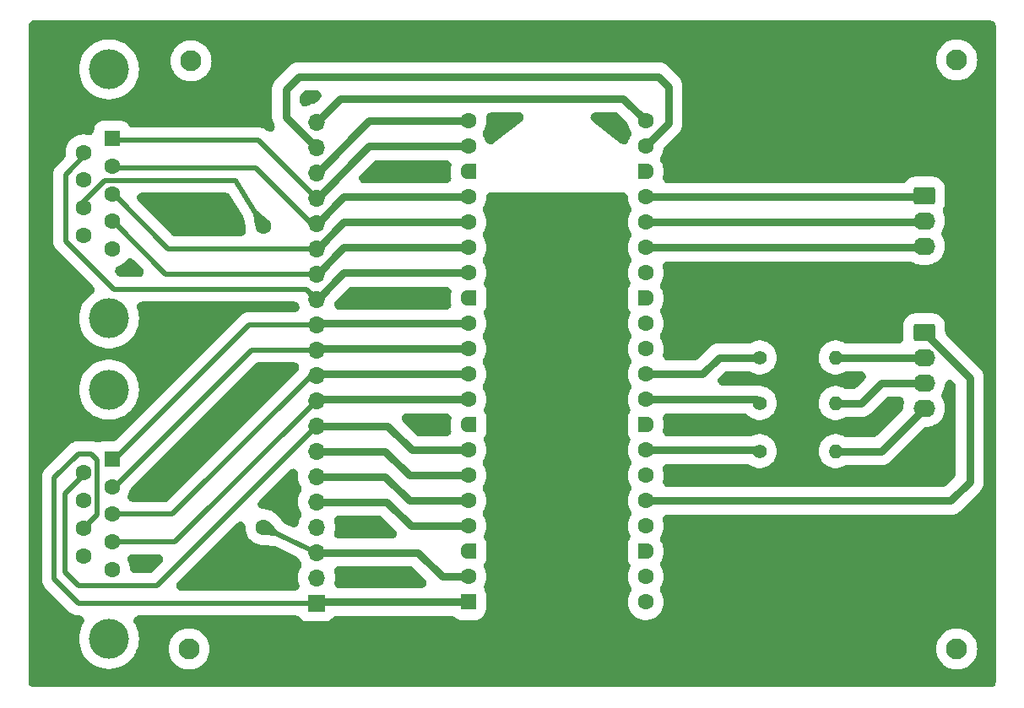
<source format=gbr>
%TF.GenerationSoftware,KiCad,Pcbnew,8.0.4*%
%TF.CreationDate,2024-09-29T18:22:28-03:00*%
%TF.ProjectId,pim,70696d2e-6b69-4636-9164-5f7063625858,rev?*%
%TF.SameCoordinates,Original*%
%TF.FileFunction,Copper,L2,Bot*%
%TF.FilePolarity,Positive*%
%FSLAX46Y46*%
G04 Gerber Fmt 4.6, Leading zero omitted, Abs format (unit mm)*
G04 Created by KiCad (PCBNEW 8.0.4) date 2024-09-29 18:22:28*
%MOMM*%
%LPD*%
G01*
G04 APERTURE LIST*
G04 Aperture macros list*
%AMRoundRect*
0 Rectangle with rounded corners*
0 $1 Rounding radius*
0 $2 $3 $4 $5 $6 $7 $8 $9 X,Y pos of 4 corners*
0 Add a 4 corners polygon primitive as box body*
4,1,4,$2,$3,$4,$5,$6,$7,$8,$9,$2,$3,0*
0 Add four circle primitives for the rounded corners*
1,1,$1+$1,$2,$3*
1,1,$1+$1,$4,$5*
1,1,$1+$1,$6,$7*
1,1,$1+$1,$8,$9*
0 Add four rect primitives between the rounded corners*
20,1,$1+$1,$2,$3,$4,$5,0*
20,1,$1+$1,$4,$5,$6,$7,0*
20,1,$1+$1,$6,$7,$8,$9,0*
20,1,$1+$1,$8,$9,$2,$3,0*%
%AMFreePoly0*
4,1,28,0.178017,0.779942,0.347107,0.720775,0.498792,0.625465,0.625465,0.498792,0.720775,0.347107,0.779942,0.178017,0.800000,0.000000,0.779942,-0.178017,0.720775,-0.347107,0.625465,-0.498792,0.498792,-0.625465,0.347107,-0.720775,0.178017,-0.779942,0.000000,-0.800000,-0.600000,-0.800000,-0.605014,-0.794986,-0.644504,-0.794986,-0.724698,-0.756366,-0.780194,-0.686777,-0.800000,-0.600000,
-0.800000,0.600000,-0.780194,0.686777,-0.724698,0.756366,-0.644504,0.794986,-0.605014,0.794986,-0.600000,0.800000,0.000000,0.800000,0.178017,0.779942,0.178017,0.779942,$1*%
%AMFreePoly1*
4,1,28,0.605014,0.794986,0.644504,0.794986,0.724698,0.756366,0.780194,0.686777,0.800000,0.600000,0.800000,-0.600000,0.780194,-0.686777,0.724698,-0.756366,0.644504,-0.794986,0.605014,-0.794986,0.600000,-0.800000,0.000000,-0.800000,-0.178017,-0.779942,-0.347107,-0.720775,-0.498792,-0.625465,-0.625465,-0.498792,-0.720775,-0.347107,-0.779942,-0.178017,-0.800000,0.000000,-0.779942,0.178017,
-0.720775,0.347107,-0.625465,0.498792,-0.498792,0.625465,-0.347107,0.720775,-0.178017,0.779942,0.000000,0.800000,0.600000,0.800000,0.605014,0.794986,0.605014,0.794986,$1*%
G04 Aperture macros list end*
%TA.AperFunction,WasherPad*%
%ADD10C,2.100000*%
%TD*%
%TA.AperFunction,ComponentPad*%
%ADD11RoundRect,0.250000X-0.845000X0.620000X-0.845000X-0.620000X0.845000X-0.620000X0.845000X0.620000X0*%
%TD*%
%TA.AperFunction,ComponentPad*%
%ADD12O,2.190000X1.740000*%
%TD*%
%TA.AperFunction,ComponentPad*%
%ADD13C,4.000000*%
%TD*%
%TA.AperFunction,ComponentPad*%
%ADD14R,1.600000X1.600000*%
%TD*%
%TA.AperFunction,ComponentPad*%
%ADD15C,1.600000*%
%TD*%
%TA.AperFunction,ComponentPad*%
%ADD16R,1.700000X1.700000*%
%TD*%
%TA.AperFunction,ComponentPad*%
%ADD17O,1.700000X1.700000*%
%TD*%
%TA.AperFunction,ComponentPad*%
%ADD18C,1.400000*%
%TD*%
%TA.AperFunction,ComponentPad*%
%ADD19O,1.400000X1.400000*%
%TD*%
%TA.AperFunction,ComponentPad*%
%ADD20RoundRect,0.200000X0.600000X0.600000X-0.600000X0.600000X-0.600000X-0.600000X0.600000X-0.600000X0*%
%TD*%
%TA.AperFunction,ComponentPad*%
%ADD21FreePoly0,180.000000*%
%TD*%
%TA.AperFunction,ComponentPad*%
%ADD22FreePoly1,180.000000*%
%TD*%
%TA.AperFunction,ViaPad*%
%ADD23C,1.600000*%
%TD*%
%TA.AperFunction,Conductor*%
%ADD24C,0.800000*%
%TD*%
%TA.AperFunction,Conductor*%
%ADD25C,0.500000*%
%TD*%
G04 APERTURE END LIST*
D10*
%TO.P,REF\u002A\u002A,*%
%TO.N,*%
X37000000Y-77000000D03*
%TD*%
%TO.P,REF\u002A\u002A,*%
%TO.N,*%
X114000000Y-17900000D03*
%TD*%
D11*
%TO.P,J5,1,Pin_1*%
%TO.N,Net-(J5-Pin_1)*%
X110724000Y-45212000D03*
D12*
%TO.P,J5,2,Pin_2*%
%TO.N,Net-(J5-Pin_2)*%
X110724000Y-47752000D03*
%TO.P,J5,3,Pin_3*%
%TO.N,Net-(J5-Pin_3)*%
X110724000Y-50292000D03*
%TO.P,J5,4,Pin_4*%
%TO.N,Net-(J5-Pin_4)*%
X110724000Y-52832000D03*
%TD*%
D13*
%TO.P,J1,0*%
%TO.N,N/C*%
X28974165Y-18840165D03*
X28974165Y-43840165D03*
D14*
%TO.P,J1,1,1*%
%TO.N,/M-d*%
X29274165Y-25800165D03*
D15*
%TO.P,J1,2,2*%
%TO.N,/M-e*%
X29274165Y-28570165D03*
%TO.P,J1,3,3*%
%TO.N,/M-f*%
X29274165Y-31340165D03*
%TO.P,J1,4,4*%
%TO.N,/M-g*%
X29274165Y-34110165D03*
%TO.P,J1,5,5*%
%TO.N,unconnected-(J1-Pad5)*%
X29274165Y-36880165D03*
%TO.P,J1,6,6*%
%TO.N,/M-h*%
X26434165Y-27185165D03*
%TO.P,J1,7,7*%
%TO.N,unconnected-(J1-Pad7)*%
X26434165Y-29955165D03*
%TO.P,J1,8,8*%
%TO.N,/M-8*%
X26434165Y-32725165D03*
%TO.P,J1,9,9*%
%TO.N,unconnected-(J1-Pad9)*%
X26434165Y-35495165D03*
%TD*%
D13*
%TO.P,J2,0*%
%TO.N,N/C*%
X28974165Y-50990000D03*
X28974165Y-75990000D03*
D14*
%TO.P,J2,1,1*%
%TO.N,/M-0*%
X29274165Y-57950000D03*
D15*
%TO.P,J2,2,2*%
%TO.N,/M-1*%
X29274165Y-60720000D03*
%TO.P,J2,3,3*%
%TO.N,/M-2*%
X29274165Y-63490000D03*
%TO.P,J2,4,4*%
%TO.N,/M-3*%
X29274165Y-66260000D03*
%TO.P,J2,5,5*%
%TO.N,unconnected-(J2-Pad5)*%
X29274165Y-69030000D03*
%TO.P,J2,6,6*%
%TO.N,/M-4*%
X26434165Y-59335000D03*
%TO.P,J2,7,7*%
%TO.N,unconnected-(J2-Pad7)*%
X26434165Y-62105000D03*
%TO.P,J2,8,8*%
%TO.N,/M-i*%
X26434165Y-64875000D03*
%TO.P,J2,9,9*%
%TO.N,unconnected-(J2-Pad9)*%
X26434165Y-67645000D03*
%TD*%
D10*
%TO.P,REF\u002A\u002A,*%
%TO.N,*%
X37200000Y-18000000D03*
%TD*%
D16*
%TO.P,J3,1,Pin_1*%
%TO.N,/M-i*%
X49784000Y-72385000D03*
D17*
%TO.P,J3,2,Pin_2*%
%TO.N,unconnected-(J3-Pin_2-Pad2)*%
X49784000Y-69845000D03*
%TO.P,J3,3,Pin_3*%
%TO.N,/M-8*%
X49784000Y-67305000D03*
%TO.P,J3,4,Pin_4*%
%TO.N,unconnected-(J3-Pin_4-Pad4)*%
X49784000Y-64765000D03*
%TO.P,J3,5,Pin_5*%
%TO.N,/M-7*%
X49784000Y-62225000D03*
%TO.P,J3,6,Pin_6*%
%TO.N,/M-6*%
X49784000Y-59685000D03*
%TO.P,J3,7,Pin_7*%
%TO.N,/M-5*%
X49784000Y-57145000D03*
%TO.P,J3,8,Pin_8*%
%TO.N,/M-4*%
X49784000Y-54605000D03*
%TO.P,J3,9,Pin_9*%
%TO.N,/M-3*%
X49784000Y-52065000D03*
%TO.P,J3,10,Pin_10*%
%TO.N,/M-2*%
X49784000Y-49525000D03*
%TO.P,J3,11,Pin_11*%
%TO.N,/M-1*%
X49784000Y-46985000D03*
%TO.P,J3,12,Pin_12*%
%TO.N,/M-0*%
X49784000Y-44445000D03*
%TO.P,J3,13,Pin_13*%
%TO.N,/M-h*%
X49784000Y-41905000D03*
%TO.P,J3,14,Pin_14*%
%TO.N,/M-g*%
X49784000Y-39365000D03*
%TO.P,J3,15,Pin_15*%
%TO.N,/M-f*%
X49784000Y-36825000D03*
%TO.P,J3,16,Pin_16*%
%TO.N,/M-e*%
X49784000Y-34285000D03*
%TO.P,J3,17,Pin_17*%
%TO.N,/M-d*%
X49784000Y-31745000D03*
%TO.P,J3,18,Pin_18*%
%TO.N,/M-c*%
X49784000Y-29205000D03*
%TO.P,J3,19,Pin_19*%
%TO.N,/M-b*%
X49784000Y-26665000D03*
%TO.P,J3,20,Pin_20*%
%TO.N,/M-a*%
X49784000Y-24125000D03*
%TD*%
D18*
%TO.P,R1,1*%
%TO.N,Net-(U1-GPIO28_ADC2)*%
X94234000Y-57150000D03*
D19*
%TO.P,R1,2*%
%TO.N,Net-(J5-Pin_4)*%
X101854000Y-57150000D03*
%TD*%
D11*
%TO.P,J4,1,Pin_1*%
%TO.N,/PI-10*%
X110724000Y-31496000D03*
D12*
%TO.P,J4,2,Pin_2*%
%TO.N,/PI-09*%
X110724000Y-34036000D03*
%TO.P,J4,3,Pin_3*%
%TO.N,/PI-11*%
X110724000Y-36576000D03*
%TD*%
D10*
%TO.P,REF\u002A\u002A,*%
%TO.N,*%
X114000000Y-77000000D03*
%TD*%
D18*
%TO.P,R2,1*%
%TO.N,Net-(U1-GPIO27_ADC1)*%
X94234000Y-52324000D03*
D19*
%TO.P,R2,2*%
%TO.N,Net-(J5-Pin_3)*%
X101854000Y-52324000D03*
%TD*%
D20*
%TO.P,U1,1,GPIO0*%
%TO.N,/M-i*%
X65024000Y-72288500D03*
D15*
%TO.P,U1,2,GPIO1*%
%TO.N,/M-8*%
X65024000Y-69748500D03*
D21*
%TO.P,U1,3,GND*%
%TO.N,GNDPWR*%
X65024000Y-67208500D03*
D15*
%TO.P,U1,4,GPIO2*%
%TO.N,/M-7*%
X65024000Y-64668500D03*
%TO.P,U1,5,GPIO3*%
%TO.N,/M-6*%
X65024000Y-62128500D03*
%TO.P,U1,6,GPIO4*%
%TO.N,/M-5*%
X65024000Y-59588500D03*
%TO.P,U1,7,GPIO5*%
%TO.N,/M-4*%
X65024000Y-57048500D03*
D21*
%TO.P,U1,8,GND*%
%TO.N,GNDPWR*%
X65024000Y-54508500D03*
D15*
%TO.P,U1,9,GPIO6*%
%TO.N,/M-3*%
X65024000Y-51968500D03*
%TO.P,U1,10,GPIO7*%
%TO.N,/M-2*%
X65024000Y-49428500D03*
%TO.P,U1,11,GPIO8*%
%TO.N,/M-1*%
X65024000Y-46888500D03*
%TO.P,U1,12,GPIO9*%
%TO.N,/M-0*%
X65024000Y-44348500D03*
D21*
%TO.P,U1,13,GND*%
%TO.N,GNDPWR*%
X65024000Y-41808500D03*
D15*
%TO.P,U1,14,GPIO10*%
%TO.N,/M-h*%
X65024000Y-39268500D03*
%TO.P,U1,15,GPIO11*%
%TO.N,/M-g*%
X65024000Y-36728500D03*
%TO.P,U1,16,GPIO12*%
%TO.N,/M-f*%
X65024000Y-34188500D03*
%TO.P,U1,17,GPIO13*%
%TO.N,/M-e*%
X65024000Y-31648500D03*
D21*
%TO.P,U1,18,GND*%
%TO.N,GNDPWR*%
X65024000Y-29108500D03*
D15*
%TO.P,U1,19,GPIO14*%
%TO.N,/M-d*%
X65024000Y-26568500D03*
%TO.P,U1,20,GPIO15*%
%TO.N,/M-c*%
X65024000Y-24028500D03*
%TO.P,U1,21,GPIO16*%
%TO.N,/M-a*%
X82804000Y-24028500D03*
%TO.P,U1,22,GPIO17*%
%TO.N,/M-b*%
X82804000Y-26568500D03*
D22*
%TO.P,U1,23,GND*%
%TO.N,GNDPWR*%
X82804000Y-29108500D03*
D15*
%TO.P,U1,24,GPIO18*%
%TO.N,/PI-10*%
X82804000Y-31648500D03*
%TO.P,U1,25,GPIO19*%
%TO.N,/PI-09*%
X82804000Y-34188500D03*
%TO.P,U1,26,GPIO20*%
%TO.N,/PI-11*%
X82804000Y-36728500D03*
%TO.P,U1,27,GPIO21*%
%TO.N,unconnected-(U1-GPIO21-Pad27)*%
X82804000Y-39268500D03*
D22*
%TO.P,U1,28,GND*%
%TO.N,GNDPWR*%
X82804000Y-41808500D03*
D15*
%TO.P,U1,29,GPIO22*%
%TO.N,unconnected-(U1-GPIO22-Pad29)*%
X82804000Y-44348500D03*
%TO.P,U1,30,RUN*%
%TO.N,unconnected-(U1-RUN-Pad30)*%
X82804000Y-46888500D03*
%TO.P,U1,31,GPIO26_ADC0*%
%TO.N,Net-(U1-GPIO26_ADC0)*%
X82804000Y-49428500D03*
%TO.P,U1,32,GPIO27_ADC1*%
%TO.N,Net-(U1-GPIO27_ADC1)*%
X82804000Y-51968500D03*
D22*
%TO.P,U1,33,AGND*%
%TO.N,unconnected-(U1-AGND-Pad33)*%
X82804000Y-54508500D03*
D15*
%TO.P,U1,34,GPIO28_ADC2*%
%TO.N,Net-(U1-GPIO28_ADC2)*%
X82804000Y-57048500D03*
%TO.P,U1,35,ADC_VREF*%
%TO.N,unconnected-(U1-ADC_VREF-Pad35)*%
X82804000Y-59588500D03*
%TO.P,U1,36,3V3*%
%TO.N,Net-(J5-Pin_1)*%
X82804000Y-62128500D03*
%TO.P,U1,37,3V3_EN*%
%TO.N,unconnected-(U1-3V3_EN-Pad37)*%
X82804000Y-64668500D03*
D22*
%TO.P,U1,38,GND*%
%TO.N,GNDPWR*%
X82804000Y-67208500D03*
D15*
%TO.P,U1,39,VSYS*%
%TO.N,unconnected-(U1-VSYS-Pad39)*%
X82804000Y-69748500D03*
%TO.P,U1,40,VBUS*%
%TO.N,unconnected-(U1-VBUS-Pad40)*%
X82804000Y-72288500D03*
%TD*%
D18*
%TO.P,R3,1*%
%TO.N,Net-(U1-GPIO26_ADC0)*%
X94234000Y-47752000D03*
D19*
%TO.P,R3,2*%
%TO.N,Net-(J5-Pin_2)*%
X101854000Y-47752000D03*
%TD*%
D23*
%TO.N,/M-8*%
X44450000Y-34544000D03*
X44450000Y-64770000D03*
%TD*%
D24*
%TO.N,Net-(J5-Pin_4)*%
X101854000Y-57150000D02*
X106406000Y-57150000D01*
X106406000Y-57150000D02*
X110724000Y-52832000D01*
%TO.N,Net-(J5-Pin_2)*%
X110724000Y-47752000D02*
X101854000Y-47752000D01*
%TO.N,Net-(J5-Pin_3)*%
X104394000Y-52324000D02*
X106426000Y-50292000D01*
X101854000Y-52324000D02*
X104394000Y-52324000D01*
X106426000Y-50292000D02*
X110724000Y-50292000D01*
%TO.N,Net-(J5-Pin_1)*%
X113385500Y-62128500D02*
X115300000Y-60214000D01*
X115300000Y-60214000D02*
X115300000Y-49788000D01*
X82804000Y-62128500D02*
X113385500Y-62128500D01*
X115300000Y-49788000D02*
X110724000Y-45212000D01*
%TO.N,/M-h*%
X65024000Y-39268500D02*
X52496796Y-39268500D01*
D25*
X48779000Y-40900000D02*
X29470000Y-40900000D01*
D24*
X49860296Y-41905000D02*
X49784000Y-41905000D01*
X52496796Y-39268500D02*
X49860296Y-41905000D01*
D25*
X24638000Y-36068000D02*
X24638000Y-29399331D01*
X29470000Y-40900000D02*
X24638000Y-36068000D01*
D24*
X49784000Y-41905000D02*
X49315000Y-41436000D01*
D25*
X49315000Y-41436000D02*
X48779000Y-40900000D01*
X24638000Y-29399331D02*
X26706331Y-27331000D01*
D24*
%TO.N,/M-b*%
X48006000Y-19558000D02*
X46736000Y-20828000D01*
X84074000Y-19558000D02*
X48006000Y-19558000D01*
X82804000Y-26568500D02*
X85090000Y-24282500D01*
X46736000Y-23617000D02*
X49784000Y-26665000D01*
X46736000Y-20828000D02*
X46736000Y-23617000D01*
X85090000Y-20574000D02*
X84074000Y-19558000D01*
X85090000Y-24282500D02*
X85090000Y-20574000D01*
D25*
%TO.N,/M-i*%
X49784000Y-72385000D02*
X25903000Y-72385000D01*
X27178000Y-57404000D02*
X27784165Y-58010165D01*
X23500000Y-69982000D02*
X23500000Y-59812000D01*
X25903000Y-72385000D02*
X23500000Y-69982000D01*
X25908000Y-57404000D02*
X27178000Y-57404000D01*
D24*
X49880500Y-72288500D02*
X49784000Y-72385000D01*
D25*
X27784165Y-63525000D02*
X26434165Y-64875000D01*
X23500000Y-59812000D02*
X25908000Y-57404000D01*
D24*
X65024000Y-72288500D02*
X49880500Y-72288500D01*
D25*
X27784165Y-58010165D02*
X27784165Y-63525000D01*
%TO.N,/M-3*%
X49784000Y-52065000D02*
X35589000Y-66260000D01*
X35589000Y-66260000D02*
X29546331Y-66260000D01*
D24*
X65024000Y-51968500D02*
X49880500Y-51968500D01*
X49880500Y-51968500D02*
X49784000Y-52065000D01*
D25*
%TO.N,/M-1*%
X49784000Y-46985000D02*
X43281331Y-46985000D01*
D24*
X65024000Y-46888500D02*
X49880500Y-46888500D01*
D25*
X43281331Y-46985000D02*
X29546331Y-60720000D01*
D24*
X49880500Y-46888500D02*
X49784000Y-46985000D01*
%TO.N,/M-g*%
X65024000Y-36728500D02*
X52496796Y-36728500D01*
X49860296Y-39365000D02*
X49784000Y-39365000D01*
X52496796Y-36728500D02*
X49860296Y-39365000D01*
D25*
X49784000Y-39365000D02*
X34655331Y-39365000D01*
X34655331Y-39365000D02*
X29546331Y-34256000D01*
D24*
%TO.N,/M-4*%
X59334500Y-57048500D02*
X56891000Y-54605000D01*
D25*
X25908000Y-70612000D02*
X24600000Y-69304000D01*
D24*
X65024000Y-57048500D02*
X59334500Y-57048500D01*
D25*
X24600000Y-61441331D02*
X26706331Y-59335000D01*
X49784000Y-54605000D02*
X33777000Y-70612000D01*
X24600000Y-69304000D02*
X24600000Y-61441331D01*
D24*
X56891000Y-54605000D02*
X49784000Y-54605000D01*
D25*
X33777000Y-70612000D02*
X25908000Y-70612000D01*
D24*
%TO.N,/M-d*%
X55036796Y-26568500D02*
X49860296Y-31745000D01*
X49784000Y-31745000D02*
X49779000Y-31745000D01*
D25*
X49779000Y-31745000D02*
X43980000Y-25946000D01*
D24*
X65024000Y-26568500D02*
X55036796Y-26568500D01*
X49860296Y-31745000D02*
X49784000Y-31745000D01*
D25*
X43980000Y-25946000D02*
X29546331Y-25946000D01*
D24*
%TO.N,/M-a*%
X80534000Y-21758500D02*
X52150500Y-21758500D01*
X82804000Y-24028500D02*
X80534000Y-21758500D01*
X52150500Y-21758500D02*
X49784000Y-24125000D01*
%TO.N,/M-0*%
X65024000Y-44348500D02*
X49880500Y-44348500D01*
X49880500Y-44348500D02*
X49784000Y-44445000D01*
D25*
X49784000Y-44445000D02*
X43051331Y-44445000D01*
X43051331Y-44445000D02*
X29546331Y-57950000D01*
%TO.N,/M-8*%
X49784000Y-67305000D02*
X44450000Y-64770000D01*
X44450000Y-34544000D02*
X41656000Y-29972000D01*
X28575000Y-29972000D02*
X26434165Y-32112835D01*
D24*
X62381402Y-69748500D02*
X59937902Y-67305000D01*
D25*
X41656000Y-29972000D02*
X28575000Y-29972000D01*
D24*
X59937902Y-67305000D02*
X49784000Y-67305000D01*
X65024000Y-69748500D02*
X62381402Y-69748500D01*
D25*
X26706331Y-32871000D02*
X26706331Y-32639669D01*
X26434165Y-32112835D02*
X26434165Y-32725165D01*
D24*
%TO.N,/M-c*%
X65024000Y-24028500D02*
X55036796Y-24028500D01*
X55036796Y-24028500D02*
X49860296Y-29205000D01*
X49860296Y-29205000D02*
X49784000Y-29205000D01*
%TO.N,/M-e*%
X65024000Y-31648500D02*
X52496796Y-31648500D01*
X49784000Y-34285000D02*
X49271000Y-34285000D01*
D25*
X49271000Y-34285000D02*
X43702000Y-28716000D01*
X43702000Y-28716000D02*
X29546331Y-28716000D01*
D24*
X49860296Y-34285000D02*
X49784000Y-34285000D01*
X52496796Y-31648500D02*
X49860296Y-34285000D01*
%TO.N,/M-f*%
X65024000Y-34188500D02*
X52496796Y-34188500D01*
X52496796Y-34188500D02*
X49860296Y-36825000D01*
X49860296Y-36825000D02*
X49784000Y-36825000D01*
D25*
X34885331Y-36825000D02*
X29546331Y-31486000D01*
X49784000Y-36825000D02*
X34885331Y-36825000D01*
D24*
%TO.N,/M-7*%
X56837801Y-62225000D02*
X49784000Y-62225000D01*
X65024000Y-64668500D02*
X59281301Y-64668500D01*
X59281301Y-64668500D02*
X56837801Y-62225000D01*
%TO.N,/M-6*%
X65024000Y-62128500D02*
X59080500Y-62128500D01*
X59080500Y-62128500D02*
X56637000Y-59685000D01*
X56637000Y-59685000D02*
X49784000Y-59685000D01*
D25*
%TO.N,/M-2*%
X35316000Y-63490000D02*
X29546331Y-63490000D01*
X49281000Y-49525000D02*
X35316000Y-63490000D01*
D24*
X49784000Y-49525000D02*
X49281000Y-49525000D01*
X65024000Y-49428500D02*
X49880500Y-49428500D01*
X49880500Y-49428500D02*
X49784000Y-49525000D01*
%TO.N,/M-5*%
X56637000Y-57145000D02*
X49784000Y-57145000D01*
X65024000Y-59588500D02*
X59080500Y-59588500D01*
X59080500Y-59588500D02*
X56637000Y-57145000D01*
%TO.N,Net-(U1-GPIO28_ADC2)*%
X94132500Y-57048500D02*
X94234000Y-57150000D01*
X82804000Y-57048500D02*
X94132500Y-57048500D01*
%TO.N,Net-(U1-GPIO27_ADC1)*%
X93878500Y-51968500D02*
X94234000Y-52324000D01*
X82804000Y-51968500D02*
X93878500Y-51968500D01*
%TO.N,Net-(U1-GPIO26_ADC0)*%
X90170000Y-47752000D02*
X94234000Y-47752000D01*
X82804000Y-49428500D02*
X88493500Y-49428500D01*
X88493500Y-49428500D02*
X90170000Y-47752000D01*
%TO.N,/PI-10*%
X82804000Y-31648500D02*
X110571500Y-31648500D01*
X110571500Y-31648500D02*
X110724000Y-31496000D01*
%TO.N,/PI-11*%
X110571500Y-36728500D02*
X110724000Y-36576000D01*
X82804000Y-36728500D02*
X110571500Y-36728500D01*
%TO.N,/PI-09*%
X82804000Y-34188500D02*
X110571500Y-34188500D01*
X110571500Y-34188500D02*
X110724000Y-34036000D01*
%TD*%
%TA.AperFunction,Conductor*%
%TO.N,/M-8*%
G36*
X45023777Y-64212768D02*
G01*
X45023924Y-64212918D01*
X45561704Y-64774432D01*
X45990505Y-65222158D01*
X45993752Y-65230504D01*
X45992622Y-65235273D01*
X45784935Y-65672276D01*
X45778289Y-65678277D01*
X45773408Y-65678915D01*
X44460727Y-65570882D01*
X44452763Y-65566788D01*
X44449987Y-65559236D01*
X44449102Y-64774430D01*
X44452519Y-64766156D01*
X45007232Y-64212747D01*
X45015508Y-64209331D01*
X45023777Y-64212768D01*
G37*
%TD.AperFunction*%
%TD*%
%TA.AperFunction,Conductor*%
%TO.N,/M-8*%
G36*
X43843064Y-33065922D02*
G01*
X45005239Y-33970187D01*
X45009664Y-33977972D01*
X45007288Y-33986606D01*
X45006337Y-33987684D01*
X44453954Y-34541410D01*
X44445685Y-34544847D01*
X44445659Y-34544847D01*
X43659616Y-34544010D01*
X43651346Y-34540574D01*
X43648147Y-34534565D01*
X43411608Y-33329668D01*
X43413377Y-33320892D01*
X43416985Y-33317435D01*
X43829779Y-33065172D01*
X43838624Y-33063783D01*
X43843064Y-33065922D01*
G37*
%TD.AperFunction*%
%TD*%
%TA.AperFunction,Conductor*%
%TO.N,GNDPWR*%
G36*
X42322557Y-64247453D02*
G01*
X42447214Y-64315521D01*
X42547644Y-64415951D01*
X42615712Y-64540608D01*
X42645903Y-64679393D01*
X42645779Y-64752278D01*
X42644451Y-64770000D01*
X42664617Y-65039103D01*
X42664618Y-65039107D01*
X42724667Y-65302200D01*
X42823255Y-65553395D01*
X42823256Y-65553397D01*
X42958180Y-65787094D01*
X42958191Y-65787110D01*
X43126436Y-65998082D01*
X43126438Y-65998084D01*
X43126439Y-65998085D01*
X43324259Y-66181635D01*
X43547226Y-66333651D01*
X43790359Y-66450738D01*
X44048228Y-66530280D01*
X44315071Y-66570500D01*
X44327445Y-66570500D01*
X44368373Y-66572181D01*
X44602453Y-66591445D01*
X45439035Y-66660295D01*
X45577484Y-66691970D01*
X45612283Y-66706916D01*
X47804903Y-67748966D01*
X47828450Y-67760157D01*
X47946749Y-67838758D01*
X48038110Y-67947504D01*
X48081794Y-68036461D01*
X48096425Y-68075687D01*
X48096425Y-68075688D01*
X48231825Y-68323652D01*
X48230290Y-68324489D01*
X48280493Y-68434418D01*
X48300705Y-68575003D01*
X48280491Y-68715588D01*
X48230290Y-68825510D01*
X48231825Y-68826348D01*
X48223284Y-68841987D01*
X48223284Y-68841989D01*
X48208121Y-68869757D01*
X48096425Y-69074310D01*
X48096424Y-69074313D01*
X48003923Y-69322321D01*
X48003922Y-69322324D01*
X47947658Y-69580965D01*
X47947657Y-69580971D01*
X47947657Y-69580974D01*
X47928773Y-69845000D01*
X47941118Y-70017607D01*
X47947658Y-70109034D01*
X48003922Y-70367675D01*
X48003924Y-70367682D01*
X48038774Y-70461119D01*
X48068965Y-70599903D01*
X48058832Y-70741571D01*
X48009197Y-70874646D01*
X47924081Y-70988347D01*
X47810380Y-71073462D01*
X47677305Y-71123097D01*
X47571236Y-71134500D01*
X36227666Y-71134500D01*
X36087081Y-71114287D01*
X35957886Y-71055286D01*
X35850547Y-70962276D01*
X35773760Y-70842792D01*
X35733745Y-70706515D01*
X35733745Y-70564485D01*
X35773760Y-70428208D01*
X35850547Y-70308724D01*
X35874820Y-70282654D01*
X38825868Y-67331606D01*
X41795329Y-64362143D01*
X41909029Y-64277029D01*
X42042104Y-64227395D01*
X42183772Y-64217262D01*
X42322557Y-64247453D01*
G37*
%TD.AperFunction*%
%TA.AperFunction,Conductor*%
G36*
X59291689Y-68725713D02*
G01*
X59420884Y-68784714D01*
X59503950Y-68851654D01*
X60688450Y-70036154D01*
X60773566Y-70149855D01*
X60823200Y-70282930D01*
X60833333Y-70424598D01*
X60803142Y-70563383D01*
X60735074Y-70688040D01*
X60634644Y-70788470D01*
X60509987Y-70856538D01*
X60371202Y-70886729D01*
X60335604Y-70888000D01*
X52070109Y-70888000D01*
X51929524Y-70867787D01*
X51800329Y-70808786D01*
X51692990Y-70715776D01*
X51616203Y-70596292D01*
X51576188Y-70460015D01*
X51576188Y-70317985D01*
X51582513Y-70282930D01*
X51620341Y-70109034D01*
X51620343Y-70109026D01*
X51639227Y-69845000D01*
X51620343Y-69580974D01*
X51615567Y-69559020D01*
X51561521Y-69310570D01*
X51551388Y-69168901D01*
X51581579Y-69030117D01*
X51649647Y-68905460D01*
X51750078Y-68805030D01*
X51874735Y-68736962D01*
X52013519Y-68706771D01*
X52049117Y-68705500D01*
X59151104Y-68705500D01*
X59291689Y-68725713D01*
G37*
%TD.AperFunction*%
%TA.AperFunction,Conductor*%
G36*
X34045919Y-67530713D02*
G01*
X34175114Y-67589714D01*
X34282453Y-67682724D01*
X34359240Y-67802208D01*
X34399255Y-67938485D01*
X34399255Y-68080515D01*
X34359240Y-68216792D01*
X34282453Y-68336276D01*
X34258180Y-68362346D01*
X33405180Y-69215346D01*
X33291479Y-69300462D01*
X33158404Y-69350096D01*
X33052334Y-69361500D01*
X31567561Y-69361500D01*
X31426976Y-69341287D01*
X31297781Y-69282286D01*
X31190442Y-69189276D01*
X31113655Y-69069792D01*
X31073640Y-68933515D01*
X31069956Y-68899791D01*
X31059548Y-68760897D01*
X30999499Y-68497805D01*
X30983565Y-68457207D01*
X30900909Y-68246604D01*
X30892807Y-68229780D01*
X30895790Y-68228343D01*
X30855271Y-68127111D01*
X30841780Y-67985723D01*
X30868669Y-67846261D01*
X30933759Y-67720024D01*
X31031778Y-67617239D01*
X31154785Y-67546232D01*
X31292814Y-67512756D01*
X31340213Y-67510500D01*
X33905334Y-67510500D01*
X34045919Y-67530713D01*
G37*
%TD.AperFunction*%
%TA.AperFunction,Conductor*%
G36*
X56191588Y-63645713D02*
G01*
X56320783Y-63704714D01*
X56403849Y-63771654D01*
X57684849Y-65052654D01*
X57769965Y-65166355D01*
X57819599Y-65299430D01*
X57829732Y-65441098D01*
X57799541Y-65579883D01*
X57731473Y-65704540D01*
X57631043Y-65804970D01*
X57506386Y-65873038D01*
X57367601Y-65903229D01*
X57332003Y-65904500D01*
X52049117Y-65904500D01*
X51908532Y-65884287D01*
X51779337Y-65825286D01*
X51671998Y-65732276D01*
X51595211Y-65612792D01*
X51555196Y-65476515D01*
X51555196Y-65334485D01*
X51561521Y-65299430D01*
X51620341Y-65029034D01*
X51620343Y-65029026D01*
X51639227Y-64765000D01*
X51620343Y-64500974D01*
X51608953Y-64448614D01*
X51561521Y-64230570D01*
X51551388Y-64088901D01*
X51581579Y-63950117D01*
X51649647Y-63825460D01*
X51750078Y-63725030D01*
X51874735Y-63656962D01*
X52013519Y-63626771D01*
X52049117Y-63625500D01*
X56051003Y-63625500D01*
X56191588Y-63645713D01*
G37*
%TD.AperFunction*%
%TA.AperFunction,Conductor*%
G36*
X47622165Y-58947844D02*
G01*
X47746821Y-59015912D01*
X47847252Y-59116342D01*
X47915320Y-59240999D01*
X47945511Y-59379784D01*
X47945511Y-59450978D01*
X47928773Y-59685000D01*
X47941118Y-59857607D01*
X47947658Y-59949034D01*
X48003922Y-60207675D01*
X48003923Y-60207678D01*
X48096424Y-60455686D01*
X48096425Y-60455689D01*
X48231825Y-60703652D01*
X48230290Y-60704489D01*
X48280493Y-60814418D01*
X48300705Y-60955003D01*
X48280491Y-61095588D01*
X48230290Y-61205510D01*
X48231825Y-61206348D01*
X48096425Y-61454310D01*
X48096424Y-61454313D01*
X48003923Y-61702321D01*
X48003922Y-61702324D01*
X47947658Y-61960965D01*
X47947657Y-61960971D01*
X47947657Y-61960974D01*
X47928773Y-62225000D01*
X47941118Y-62397607D01*
X47947658Y-62489034D01*
X48003922Y-62747675D01*
X48003923Y-62747678D01*
X48096424Y-62995686D01*
X48096425Y-62995689D01*
X48180142Y-63149003D01*
X48206206Y-63196736D01*
X48231825Y-63243652D01*
X48230290Y-63244489D01*
X48280493Y-63354418D01*
X48300705Y-63495003D01*
X48280491Y-63635588D01*
X48230290Y-63745510D01*
X48231825Y-63746348D01*
X48223284Y-63761987D01*
X48223284Y-63761989D01*
X48208121Y-63789757D01*
X48096425Y-63994310D01*
X48096424Y-63994313D01*
X48003923Y-64242320D01*
X47973560Y-64381897D01*
X47923925Y-64514972D01*
X47838809Y-64628673D01*
X47725108Y-64713788D01*
X47592032Y-64763422D01*
X47450364Y-64773553D01*
X47311580Y-64743362D01*
X47271771Y-64726516D01*
X46687027Y-64448614D01*
X46568729Y-64370013D01*
X46540839Y-64343070D01*
X46514454Y-64315521D01*
X46444348Y-64242320D01*
X46217289Y-64005240D01*
X45776384Y-63544877D01*
X45771729Y-63539950D01*
X45766520Y-63534361D01*
X45762979Y-63530882D01*
X45750101Y-63517435D01*
X45742065Y-63509140D01*
X45742058Y-63509133D01*
X45741970Y-63509042D01*
X45741933Y-63509005D01*
X45741928Y-63509001D01*
X45741918Y-63508990D01*
X45713242Y-63485029D01*
X45693801Y-63467908D01*
X45575742Y-63358365D01*
X45352781Y-63206353D01*
X45352780Y-63206352D01*
X45352775Y-63206349D01*
X45233693Y-63149002D01*
X45109649Y-63089265D01*
X45109646Y-63089264D01*
X45109643Y-63089263D01*
X45109641Y-63089262D01*
X44851772Y-63009720D01*
X44851770Y-63009719D01*
X44851768Y-63009719D01*
X44745805Y-62993748D01*
X44584929Y-62969500D01*
X44392665Y-62969500D01*
X44252080Y-62949287D01*
X44122885Y-62890286D01*
X44015546Y-62797276D01*
X43938759Y-62677792D01*
X43898744Y-62541515D01*
X43898744Y-62399485D01*
X43938759Y-62263208D01*
X44015546Y-62143724D01*
X44039819Y-62117654D01*
X45551871Y-60605602D01*
X47094940Y-59062532D01*
X47208637Y-58977420D01*
X47341712Y-58927786D01*
X47483380Y-58917653D01*
X47622165Y-58947844D01*
G37*
%TD.AperFunction*%
%TA.AperFunction,Conductor*%
G36*
X47692505Y-48255713D02*
G01*
X47821700Y-48314714D01*
X47929039Y-48407724D01*
X48005826Y-48527208D01*
X48045841Y-48663485D01*
X48045841Y-48805515D01*
X48005826Y-48941792D01*
X47996534Y-48961038D01*
X47983105Y-48987392D01*
X47975599Y-49005515D01*
X47972409Y-49004193D01*
X47925135Y-49100294D01*
X47866132Y-49171392D01*
X34944180Y-62093346D01*
X34830479Y-62178462D01*
X34697404Y-62228096D01*
X34591334Y-62239500D01*
X31340213Y-62239500D01*
X31199628Y-62219287D01*
X31070433Y-62160286D01*
X30963094Y-62067276D01*
X30886307Y-61947792D01*
X30846292Y-61811515D01*
X30846292Y-61669485D01*
X30886307Y-61533208D01*
X30892963Y-61520295D01*
X30892807Y-61520220D01*
X30900909Y-61503395D01*
X30999499Y-61252195D01*
X31031654Y-61111314D01*
X31082641Y-60978755D01*
X31165292Y-60869511D01*
X43653151Y-48381654D01*
X43766852Y-48296538D01*
X43899927Y-48246904D01*
X44005997Y-48235500D01*
X47551920Y-48235500D01*
X47692505Y-48255713D01*
G37*
%TD.AperFunction*%
%TA.AperFunction,Conductor*%
G36*
X62948125Y-53389213D02*
G01*
X63077320Y-53448214D01*
X63184659Y-53541224D01*
X63261446Y-53660708D01*
X63301461Y-53796985D01*
X63301461Y-53939015D01*
X63285899Y-54004223D01*
X63287267Y-54004602D01*
X63283540Y-54018085D01*
X63240441Y-54216834D01*
X63220257Y-54395967D01*
X63218049Y-54417684D01*
X63218049Y-54417690D01*
X63220257Y-54621034D01*
X63220257Y-54621037D01*
X63240442Y-54800180D01*
X63243120Y-54821822D01*
X63243121Y-54821827D01*
X63293466Y-55031867D01*
X63290709Y-55032527D01*
X63307452Y-55149038D01*
X63287228Y-55289621D01*
X63228217Y-55418811D01*
X63135199Y-55526144D01*
X63015710Y-55602922D01*
X62879430Y-55642926D01*
X62808452Y-55648000D01*
X60121298Y-55648000D01*
X59980713Y-55627787D01*
X59851518Y-55568786D01*
X59768452Y-55501846D01*
X58487452Y-54220846D01*
X58402336Y-54107145D01*
X58352702Y-53974070D01*
X58342569Y-53832402D01*
X58372760Y-53693617D01*
X58440828Y-53568960D01*
X58541258Y-53468530D01*
X58665915Y-53400462D01*
X58804700Y-53370271D01*
X58840298Y-53369000D01*
X62807540Y-53369000D01*
X62948125Y-53389213D01*
G37*
%TD.AperFunction*%
%TA.AperFunction,Conductor*%
G36*
X62948125Y-40689213D02*
G01*
X63077320Y-40748214D01*
X63184659Y-40841224D01*
X63261446Y-40960708D01*
X63301461Y-41096985D01*
X63301461Y-41239015D01*
X63285899Y-41304223D01*
X63287267Y-41304602D01*
X63283540Y-41318085D01*
X63240441Y-41516834D01*
X63220257Y-41695967D01*
X63218049Y-41717684D01*
X63218049Y-41717690D01*
X63220257Y-41921034D01*
X63220257Y-41921037D01*
X63240442Y-42100180D01*
X63243120Y-42121822D01*
X63243121Y-42121827D01*
X63293466Y-42331867D01*
X63290709Y-42332527D01*
X63307452Y-42449038D01*
X63287228Y-42589621D01*
X63228217Y-42718811D01*
X63135199Y-42826144D01*
X63015710Y-42902922D01*
X62879430Y-42942926D01*
X62808452Y-42948000D01*
X52070109Y-42948000D01*
X51929524Y-42927787D01*
X51800329Y-42868786D01*
X51692990Y-42775776D01*
X51616203Y-42656292D01*
X51576188Y-42520015D01*
X51576188Y-42377985D01*
X51582512Y-42342933D01*
X51590002Y-42308500D01*
X51601283Y-42256642D01*
X51650916Y-42123571D01*
X51736023Y-42009877D01*
X52930751Y-40815150D01*
X53044449Y-40730038D01*
X53177524Y-40680404D01*
X53283594Y-40669000D01*
X62807540Y-40669000D01*
X62948125Y-40689213D01*
G37*
%TD.AperFunction*%
%TA.AperFunction,Conductor*%
G36*
X31218684Y-37797457D02*
G01*
X31350178Y-37851140D01*
X31450591Y-37928734D01*
X32319511Y-38797654D01*
X32404627Y-38911355D01*
X32454261Y-39044430D01*
X32464394Y-39186098D01*
X32434203Y-39324883D01*
X32366135Y-39449540D01*
X32265705Y-39549970D01*
X32141048Y-39618038D01*
X32002263Y-39648229D01*
X31966665Y-39649500D01*
X30194666Y-39649500D01*
X30054081Y-39629287D01*
X29924886Y-39570286D01*
X29841820Y-39503346D01*
X29728815Y-39390341D01*
X29643699Y-39276640D01*
X29594065Y-39143565D01*
X29583932Y-39001897D01*
X29614123Y-38863112D01*
X29682191Y-38738455D01*
X29782621Y-38638025D01*
X29907278Y-38569957D01*
X29933349Y-38561082D01*
X29933795Y-38560906D01*
X29933806Y-38560903D01*
X30176940Y-38443816D01*
X30399906Y-38291800D01*
X30597726Y-38108250D01*
X30707611Y-37970458D01*
X30811067Y-37873148D01*
X30937748Y-37808926D01*
X31077392Y-37782995D01*
X31218684Y-37797457D01*
G37*
%TD.AperFunction*%
%TA.AperFunction,Conductor*%
G36*
X40815405Y-31242713D02*
G01*
X40944600Y-31301714D01*
X41051939Y-31394724D01*
X41100608Y-31461297D01*
X42408678Y-33601776D01*
X42464738Y-33732274D01*
X42472544Y-33765853D01*
X42650541Y-34672545D01*
X42658491Y-34731374D01*
X42664616Y-34813100D01*
X42664617Y-34813103D01*
X42699164Y-34964465D01*
X42710741Y-35106018D01*
X42681968Y-35245103D01*
X42615175Y-35370448D01*
X42515775Y-35471898D01*
X42391819Y-35541234D01*
X42253350Y-35572839D01*
X42212675Y-35574500D01*
X35609997Y-35574500D01*
X35469412Y-35554287D01*
X35340217Y-35495286D01*
X35257151Y-35428346D01*
X31903151Y-32074346D01*
X31818035Y-31960645D01*
X31768401Y-31827570D01*
X31758268Y-31685902D01*
X31788459Y-31547117D01*
X31856527Y-31422460D01*
X31956957Y-31322030D01*
X32081614Y-31253962D01*
X32220399Y-31223771D01*
X32255997Y-31222500D01*
X40674820Y-31222500D01*
X40815405Y-31242713D01*
G37*
%TD.AperFunction*%
%TA.AperFunction,Conductor*%
G36*
X62948125Y-27989213D02*
G01*
X63077320Y-28048214D01*
X63184659Y-28141224D01*
X63261446Y-28260708D01*
X63301461Y-28396985D01*
X63301461Y-28539015D01*
X63285899Y-28604223D01*
X63287267Y-28604602D01*
X63283540Y-28618085D01*
X63240441Y-28816834D01*
X63220257Y-28995967D01*
X63218049Y-29017684D01*
X63218049Y-29017690D01*
X63220257Y-29221034D01*
X63220257Y-29221037D01*
X63240442Y-29400180D01*
X63243120Y-29421822D01*
X63243121Y-29421827D01*
X63293466Y-29631867D01*
X63290709Y-29632527D01*
X63307452Y-29749038D01*
X63287228Y-29889621D01*
X63228217Y-30018811D01*
X63135199Y-30126144D01*
X63015710Y-30202922D01*
X62879430Y-30242926D01*
X62808452Y-30248000D01*
X54542594Y-30248000D01*
X54402009Y-30227787D01*
X54272814Y-30168786D01*
X54165475Y-30075776D01*
X54088688Y-29956292D01*
X54048673Y-29820015D01*
X54048673Y-29677985D01*
X54088688Y-29541708D01*
X54165475Y-29422224D01*
X54189748Y-29396154D01*
X55470748Y-28115154D01*
X55584449Y-28030038D01*
X55717524Y-27980404D01*
X55823594Y-27969000D01*
X62807540Y-27969000D01*
X62948125Y-27989213D01*
G37*
%TD.AperFunction*%
%TA.AperFunction,Conductor*%
G36*
X79887787Y-23179213D02*
G01*
X80016982Y-23238214D01*
X80100048Y-23305154D01*
X80895113Y-24100219D01*
X80980229Y-24213920D01*
X81028756Y-24342026D01*
X81078667Y-24560700D01*
X81177255Y-24811895D01*
X81177259Y-24811903D01*
X81314147Y-25049003D01*
X81366934Y-25180860D01*
X81380434Y-25322247D01*
X81353553Y-25461710D01*
X81314147Y-25547997D01*
X81177259Y-25785096D01*
X81177257Y-25785100D01*
X81071960Y-26053390D01*
X81001782Y-26176871D01*
X80899658Y-26275580D01*
X80773862Y-26341518D01*
X80634584Y-26369344D01*
X80493109Y-26356804D01*
X80360897Y-26304914D01*
X80301389Y-26265194D01*
X77451667Y-24052112D01*
X77353031Y-23949919D01*
X77287181Y-23824077D01*
X77259452Y-23684779D01*
X77272091Y-23543313D01*
X77324074Y-23411137D01*
X77411190Y-23298961D01*
X77526380Y-23215872D01*
X77660313Y-23168602D01*
X77757733Y-23159000D01*
X79747202Y-23159000D01*
X79887787Y-23179213D01*
G37*
%TD.AperFunction*%
%TA.AperFunction,Conductor*%
G36*
X70210852Y-23179213D02*
G01*
X70340047Y-23238214D01*
X70447386Y-23331224D01*
X70524173Y-23450708D01*
X70564188Y-23586985D01*
X70564188Y-23729015D01*
X70524173Y-23865292D01*
X70447386Y-23984776D01*
X70376333Y-24052112D01*
X67526610Y-26265194D01*
X67403178Y-26335459D01*
X67264950Y-26368102D01*
X67123124Y-26360480D01*
X66989191Y-26313210D01*
X66874001Y-26230121D01*
X66786885Y-26117945D01*
X66756039Y-26053389D01*
X66650744Y-25785104D01*
X66650743Y-25785102D01*
X66513852Y-25547998D01*
X66461066Y-25416142D01*
X66447565Y-25274755D01*
X66474445Y-25135291D01*
X66513852Y-25049002D01*
X66541360Y-25001357D01*
X66650743Y-24811898D01*
X66749334Y-24560695D01*
X66809383Y-24297603D01*
X66829549Y-24028500D01*
X66809383Y-23759397D01*
X66809380Y-23759386D01*
X66806599Y-23740925D01*
X66809250Y-23740525D01*
X66800008Y-23627468D01*
X66828785Y-23488384D01*
X66895581Y-23363041D01*
X66994984Y-23261593D01*
X67118942Y-23192261D01*
X67257412Y-23160659D01*
X67298073Y-23159000D01*
X70070267Y-23159000D01*
X70210852Y-23179213D01*
G37*
%TD.AperFunction*%
%TA.AperFunction,Conductor*%
G36*
X49905786Y-20978713D02*
G01*
X50034981Y-21037714D01*
X50142320Y-21130724D01*
X50219107Y-21250208D01*
X50259122Y-21386485D01*
X50259122Y-21528515D01*
X50219107Y-21664792D01*
X50142320Y-21784276D01*
X50118055Y-21810337D01*
X49853212Y-22075181D01*
X49776637Y-22151756D01*
X49662936Y-22236871D01*
X49529862Y-22286505D01*
X49261322Y-22344922D01*
X49261321Y-22344923D01*
X49013313Y-22437424D01*
X49013308Y-22437426D01*
X48874645Y-22513143D01*
X48741570Y-22562777D01*
X48599902Y-22572910D01*
X48461117Y-22542719D01*
X48336460Y-22474651D01*
X48236030Y-22374221D01*
X48167962Y-22249564D01*
X48137771Y-22110779D01*
X48136500Y-22075181D01*
X48136500Y-21614798D01*
X48156713Y-21474213D01*
X48215714Y-21345018D01*
X48282654Y-21261952D01*
X48439952Y-21104654D01*
X48553653Y-21019538D01*
X48686728Y-20969904D01*
X48792798Y-20958500D01*
X49765201Y-20958500D01*
X49905786Y-20978713D01*
G37*
%TD.AperFunction*%
%TA.AperFunction,Conductor*%
G36*
X117553085Y-13974713D02*
G01*
X117682280Y-14033714D01*
X117789619Y-14126724D01*
X117866406Y-14246208D01*
X117906421Y-14382485D01*
X117911500Y-14453500D01*
X117911500Y-80332500D01*
X117891287Y-80473085D01*
X117832286Y-80602280D01*
X117739276Y-80709619D01*
X117619792Y-80786406D01*
X117483515Y-80826421D01*
X117412500Y-80831500D01*
X21387500Y-80831500D01*
X21246915Y-80811287D01*
X21117720Y-80752286D01*
X21010381Y-80659276D01*
X20933594Y-80539792D01*
X20893579Y-80403515D01*
X20888500Y-80332500D01*
X20888500Y-59713582D01*
X22249500Y-59713582D01*
X22249500Y-70080417D01*
X22280290Y-70274825D01*
X22280292Y-70274832D01*
X22341111Y-70462013D01*
X22341118Y-70462030D01*
X22411367Y-70599903D01*
X22430476Y-70637405D01*
X22546172Y-70796646D01*
X25088354Y-73338828D01*
X25247595Y-73454524D01*
X25422974Y-73543884D01*
X25422984Y-73543887D01*
X25422986Y-73543888D01*
X25610167Y-73604707D01*
X25610174Y-73604709D01*
X25804582Y-73635500D01*
X25804583Y-73635500D01*
X26001416Y-73635500D01*
X26004563Y-73635500D01*
X26145148Y-73655713D01*
X26274343Y-73714714D01*
X26381682Y-73807724D01*
X26458469Y-73927208D01*
X26498484Y-74063485D01*
X26498484Y-74205515D01*
X26458469Y-74341792D01*
X26436710Y-74384000D01*
X26288278Y-74641090D01*
X26288276Y-74641093D01*
X26149839Y-74962027D01*
X26149836Y-74962034D01*
X26049597Y-75296857D01*
X26049592Y-75296878D01*
X25988902Y-75641075D01*
X25968580Y-75990000D01*
X25988902Y-76338924D01*
X26049592Y-76683121D01*
X26049597Y-76683142D01*
X26149836Y-77017965D01*
X26149839Y-77017972D01*
X26288276Y-77338906D01*
X26288285Y-77338922D01*
X26463030Y-77641589D01*
X26463032Y-77641593D01*
X26594971Y-77818817D01*
X26671753Y-77921953D01*
X26911607Y-78176183D01*
X27179354Y-78400849D01*
X27179356Y-78400850D01*
X27471372Y-78592913D01*
X27783699Y-78749770D01*
X27783706Y-78749773D01*
X27783714Y-78749777D01*
X28112154Y-78869319D01*
X28112158Y-78869320D01*
X28112161Y-78869321D01*
X28452241Y-78949921D01*
X28452244Y-78949921D01*
X28452251Y-78949923D01*
X28723195Y-78981592D01*
X28799404Y-78990500D01*
X28799406Y-78990500D01*
X29148926Y-78990500D01*
X29217596Y-78982473D01*
X29496079Y-78949923D01*
X29496086Y-78949921D01*
X29496088Y-78949921D01*
X29836168Y-78869321D01*
X29836168Y-78869320D01*
X29836176Y-78869319D01*
X30164616Y-78749777D01*
X30476958Y-78592913D01*
X30768976Y-78400849D01*
X31036723Y-78176183D01*
X31276577Y-77921953D01*
X31485295Y-77641596D01*
X31501996Y-77612667D01*
X31660044Y-77338922D01*
X31660053Y-77338906D01*
X31685520Y-77279867D01*
X31798491Y-77017971D01*
X31803871Y-77000000D01*
X34944709Y-77000000D01*
X34963852Y-77279866D01*
X34963853Y-77279867D01*
X35020923Y-77554505D01*
X35020927Y-77554518D01*
X35051875Y-77641596D01*
X35114864Y-77818830D01*
X35243919Y-78067896D01*
X35243922Y-78067900D01*
X35320357Y-78176184D01*
X35405688Y-78297069D01*
X35597155Y-78502081D01*
X35814752Y-78679110D01*
X35814754Y-78679111D01*
X36054432Y-78824862D01*
X36311725Y-78936620D01*
X36359197Y-78949921D01*
X36581837Y-79012303D01*
X36859742Y-79050500D01*
X37140258Y-79050500D01*
X37418162Y-79012303D01*
X37508199Y-78987075D01*
X37688275Y-78936620D01*
X37945568Y-78824862D01*
X38185246Y-78679111D01*
X38402845Y-78502081D01*
X38594312Y-78297069D01*
X38756081Y-78067896D01*
X38885136Y-77818830D01*
X38979075Y-77554511D01*
X39036148Y-77279862D01*
X39055291Y-77000000D01*
X111944709Y-77000000D01*
X111963852Y-77279866D01*
X111963853Y-77279867D01*
X112020923Y-77554505D01*
X112020927Y-77554518D01*
X112051875Y-77641596D01*
X112114864Y-77818830D01*
X112243919Y-78067896D01*
X112243922Y-78067900D01*
X112320357Y-78176184D01*
X112405688Y-78297069D01*
X112597155Y-78502081D01*
X112814752Y-78679110D01*
X112814754Y-78679111D01*
X113054432Y-78824862D01*
X113311725Y-78936620D01*
X113359197Y-78949921D01*
X113581837Y-79012303D01*
X113859742Y-79050500D01*
X114140258Y-79050500D01*
X114418162Y-79012303D01*
X114508199Y-78987075D01*
X114688275Y-78936620D01*
X114945568Y-78824862D01*
X115185246Y-78679111D01*
X115402845Y-78502081D01*
X115594312Y-78297069D01*
X115756081Y-78067896D01*
X115885136Y-77818830D01*
X115979075Y-77554511D01*
X116036148Y-77279862D01*
X116055291Y-77000000D01*
X116036148Y-76720138D01*
X115979075Y-76445489D01*
X115885136Y-76181170D01*
X115756081Y-75932104D01*
X115594312Y-75702931D01*
X115402845Y-75497919D01*
X115402844Y-75497918D01*
X115185247Y-75320889D01*
X114945570Y-75175139D01*
X114945568Y-75175138D01*
X114845332Y-75131599D01*
X114688283Y-75063383D01*
X114688273Y-75063379D01*
X114418162Y-74987696D01*
X114140258Y-74949500D01*
X113859742Y-74949500D01*
X113581837Y-74987696D01*
X113311726Y-75063379D01*
X113311716Y-75063383D01*
X113054434Y-75175137D01*
X113054429Y-75175139D01*
X112814752Y-75320889D01*
X112597155Y-75497918D01*
X112405684Y-75702935D01*
X112243922Y-75932099D01*
X112114865Y-76181167D01*
X112114859Y-76181182D01*
X112020927Y-76445481D01*
X112020923Y-76445494D01*
X111963853Y-76720132D01*
X111963852Y-76720133D01*
X111944709Y-77000000D01*
X39055291Y-77000000D01*
X39036148Y-76720138D01*
X38979075Y-76445489D01*
X38885136Y-76181170D01*
X38756081Y-75932104D01*
X38594312Y-75702931D01*
X38402845Y-75497919D01*
X38402844Y-75497918D01*
X38185247Y-75320889D01*
X37945570Y-75175139D01*
X37945568Y-75175138D01*
X37845332Y-75131599D01*
X37688283Y-75063383D01*
X37688273Y-75063379D01*
X37418162Y-74987696D01*
X37140258Y-74949500D01*
X36859742Y-74949500D01*
X36581837Y-74987696D01*
X36311726Y-75063379D01*
X36311716Y-75063383D01*
X36054434Y-75175137D01*
X36054429Y-75175139D01*
X35814752Y-75320889D01*
X35597155Y-75497918D01*
X35405684Y-75702935D01*
X35243922Y-75932099D01*
X35114865Y-76181167D01*
X35114859Y-76181182D01*
X35020927Y-76445481D01*
X35020923Y-76445494D01*
X34963853Y-76720132D01*
X34963852Y-76720133D01*
X34944709Y-77000000D01*
X31803871Y-77000000D01*
X31898734Y-76683136D01*
X31959427Y-76338927D01*
X31979750Y-75990000D01*
X31959427Y-75641073D01*
X31934185Y-75497918D01*
X31898737Y-75296878D01*
X31898732Y-75296857D01*
X31798493Y-74962034D01*
X31798490Y-74962027D01*
X31793086Y-74949500D01*
X31660054Y-74641096D01*
X31660053Y-74641093D01*
X31660051Y-74641090D01*
X31511620Y-74384000D01*
X31458833Y-74252144D01*
X31445332Y-74110757D01*
X31472212Y-73971293D01*
X31537294Y-73845052D01*
X31635306Y-73742259D01*
X31758307Y-73671244D01*
X31896334Y-73637760D01*
X31943767Y-73635500D01*
X47732646Y-73635500D01*
X47873231Y-73655713D01*
X48002426Y-73714714D01*
X48109765Y-73807724D01*
X48119359Y-73819137D01*
X48146281Y-73852154D01*
X48222893Y-73946112D01*
X48360172Y-74058047D01*
X48380593Y-74074698D01*
X48560951Y-74168909D01*
X48756582Y-74224886D01*
X48875963Y-74235500D01*
X50692036Y-74235499D01*
X50811418Y-74224886D01*
X51007049Y-74168909D01*
X51187407Y-74074698D01*
X51316750Y-73969233D01*
X51345108Y-73946110D01*
X51345110Y-73946108D01*
X51404998Y-73872662D01*
X51509504Y-73776480D01*
X51636875Y-73713637D01*
X51776791Y-73689224D01*
X51791731Y-73689000D01*
X63320617Y-73689000D01*
X63461202Y-73709213D01*
X63590397Y-73768214D01*
X63639408Y-73804108D01*
X63653783Y-73816045D01*
X63706496Y-73852154D01*
X63837329Y-73941777D01*
X64040857Y-74031643D01*
X64257433Y-74082581D01*
X64257439Y-74082581D01*
X64257443Y-74082582D01*
X64297302Y-74085348D01*
X64349908Y-74089000D01*
X64349919Y-74089000D01*
X65698081Y-74089000D01*
X65698092Y-74089000D01*
X65759742Y-74084720D01*
X65790556Y-74082582D01*
X65790558Y-74082581D01*
X65790567Y-74082581D01*
X66007143Y-74031643D01*
X66210671Y-73941777D01*
X66394221Y-73816042D01*
X66551542Y-73658721D01*
X66677277Y-73475171D01*
X66767143Y-73271643D01*
X66818081Y-73055067D01*
X66824500Y-72962592D01*
X66824500Y-71614408D01*
X66818081Y-71521933D01*
X66767143Y-71305357D01*
X66677277Y-71101829D01*
X66661945Y-71079447D01*
X66599173Y-70952043D01*
X66574838Y-70812113D01*
X66590910Y-70670995D01*
X66641479Y-70547943D01*
X66650740Y-70531903D01*
X66650743Y-70531898D01*
X66749334Y-70280695D01*
X66809383Y-70017603D01*
X66829549Y-69748500D01*
X66809383Y-69479397D01*
X66749334Y-69216305D01*
X66693604Y-69074310D01*
X66650744Y-68965104D01*
X66650742Y-68965101D01*
X66650739Y-68965096D01*
X66624756Y-68920091D01*
X66571969Y-68788237D01*
X66558468Y-68646849D01*
X66585347Y-68507386D01*
X66650429Y-68381144D01*
X66728442Y-68299326D01*
X66788625Y-68121155D01*
X66788626Y-68121150D01*
X66808945Y-68032133D01*
X66817729Y-67989386D01*
X66817730Y-67989384D01*
X66833906Y-67786676D01*
X66832773Y-67777515D01*
X66829000Y-67716267D01*
X66829000Y-67331606D01*
X66829511Y-67309032D01*
X66829950Y-67299316D01*
X66829029Y-67214468D01*
X66829000Y-67209046D01*
X66829000Y-66668033D01*
X66830581Y-66628342D01*
X66833906Y-66586670D01*
X66808945Y-66384867D01*
X66808944Y-66384865D01*
X66788625Y-66295840D01*
X66777997Y-66253531D01*
X66720969Y-66106138D01*
X66708703Y-66097072D01*
X66622898Y-65983890D01*
X66572456Y-65851119D01*
X66561462Y-65709515D01*
X66590809Y-65570550D01*
X66627251Y-65492588D01*
X66650741Y-65451901D01*
X66650744Y-65451895D01*
X66749332Y-65200700D01*
X66749331Y-65200700D01*
X66749334Y-65200695D01*
X66809383Y-64937603D01*
X66829549Y-64668500D01*
X66809383Y-64399397D01*
X66749334Y-64136305D01*
X66726823Y-64078949D01*
X66650744Y-63885104D01*
X66650743Y-63885102D01*
X66513852Y-63647998D01*
X66461066Y-63516142D01*
X66447565Y-63374755D01*
X66474445Y-63235291D01*
X66513852Y-63149002D01*
X66548341Y-63089265D01*
X66650743Y-62911898D01*
X66749334Y-62660695D01*
X66809383Y-62397603D01*
X66829549Y-62128500D01*
X66809383Y-61859397D01*
X66749334Y-61596305D01*
X66712870Y-61503398D01*
X66650744Y-61345104D01*
X66650743Y-61345102D01*
X66513852Y-61107998D01*
X66461066Y-60976142D01*
X66447565Y-60834755D01*
X66474445Y-60695291D01*
X66513852Y-60609002D01*
X66544582Y-60555776D01*
X66650743Y-60371898D01*
X66749334Y-60120695D01*
X66809383Y-59857603D01*
X66829549Y-59588500D01*
X66809383Y-59319397D01*
X66749334Y-59056305D01*
X66726197Y-58997354D01*
X66650744Y-58805104D01*
X66650743Y-58805102D01*
X66513852Y-58567998D01*
X66461066Y-58436142D01*
X66447565Y-58294755D01*
X66474445Y-58155291D01*
X66513852Y-58069002D01*
X66617261Y-57889891D01*
X66650743Y-57831898D01*
X66749334Y-57580695D01*
X66809383Y-57317603D01*
X66829549Y-57048500D01*
X66809383Y-56779397D01*
X66749334Y-56516305D01*
X66723378Y-56450172D01*
X66650744Y-56265104D01*
X66650742Y-56265101D01*
X66642701Y-56251174D01*
X66624756Y-56220091D01*
X66571969Y-56088237D01*
X66558468Y-55946849D01*
X66585347Y-55807386D01*
X66650429Y-55681144D01*
X66728442Y-55599326D01*
X66788625Y-55421155D01*
X66788626Y-55421150D01*
X66808945Y-55332133D01*
X66817729Y-55289386D01*
X66817730Y-55289384D01*
X66833906Y-55086676D01*
X66832773Y-55077515D01*
X66829000Y-55016267D01*
X66829000Y-54631606D01*
X66829511Y-54609032D01*
X66829950Y-54599316D01*
X66829029Y-54514468D01*
X66829000Y-54509046D01*
X66829000Y-53968033D01*
X66830581Y-53928342D01*
X66833906Y-53886670D01*
X66808945Y-53684867D01*
X66808944Y-53684865D01*
X66788625Y-53595840D01*
X66777997Y-53553531D01*
X66720969Y-53406138D01*
X66708703Y-53397072D01*
X66622898Y-53283890D01*
X66572456Y-53151119D01*
X66561462Y-53009515D01*
X66590809Y-52870550D01*
X66627251Y-52792588D01*
X66650741Y-52751901D01*
X66650744Y-52751895D01*
X66694037Y-52641589D01*
X66749334Y-52500695D01*
X66809383Y-52237603D01*
X66829549Y-51968500D01*
X66809383Y-51699397D01*
X66749334Y-51436305D01*
X66720715Y-51363387D01*
X66650744Y-51185104D01*
X66650743Y-51185102D01*
X66513852Y-50947998D01*
X66461066Y-50816142D01*
X66447565Y-50674755D01*
X66474445Y-50535291D01*
X66513852Y-50449002D01*
X66515815Y-50445602D01*
X66650743Y-50211898D01*
X66749334Y-49960695D01*
X66809383Y-49697603D01*
X66829549Y-49428500D01*
X66809383Y-49159397D01*
X66749334Y-48896305D01*
X66741218Y-48875627D01*
X66650744Y-48645104D01*
X66650743Y-48645102D01*
X66513852Y-48407998D01*
X66461066Y-48276142D01*
X66447565Y-48134755D01*
X66474445Y-47995291D01*
X66513852Y-47909002D01*
X66650740Y-47671903D01*
X66650743Y-47671898D01*
X66749334Y-47420695D01*
X66809383Y-47157603D01*
X66829549Y-46888500D01*
X66809383Y-46619397D01*
X66749334Y-46356305D01*
X66747448Y-46351500D01*
X66650744Y-46105104D01*
X66650743Y-46105102D01*
X66513852Y-45867998D01*
X66461066Y-45736142D01*
X66447565Y-45594755D01*
X66474445Y-45455291D01*
X66513852Y-45369002D01*
X66538163Y-45326893D01*
X66650743Y-45131898D01*
X66749334Y-44880695D01*
X66809383Y-44617603D01*
X66829549Y-44348500D01*
X66809383Y-44079397D01*
X66749334Y-43816305D01*
X66737968Y-43787346D01*
X66650744Y-43565104D01*
X66650742Y-43565101D01*
X66650739Y-43565096D01*
X66624756Y-43520091D01*
X66571969Y-43388237D01*
X66558468Y-43246849D01*
X66585347Y-43107386D01*
X66650429Y-42981144D01*
X66728442Y-42899326D01*
X66788625Y-42721155D01*
X66788626Y-42721150D01*
X66808945Y-42632133D01*
X66817729Y-42589386D01*
X66817730Y-42589384D01*
X66833906Y-42386676D01*
X66832773Y-42377515D01*
X66829000Y-42316267D01*
X66829000Y-41931606D01*
X66829511Y-41909032D01*
X66829950Y-41899316D01*
X66829029Y-41814468D01*
X66829000Y-41809046D01*
X66829000Y-41268033D01*
X66830581Y-41228342D01*
X66833906Y-41186670D01*
X66808945Y-40984867D01*
X66808944Y-40984865D01*
X66788625Y-40895840D01*
X66777997Y-40853531D01*
X66720969Y-40706138D01*
X66708703Y-40697072D01*
X66622898Y-40583890D01*
X66572456Y-40451119D01*
X66561462Y-40309515D01*
X66590809Y-40170550D01*
X66627251Y-40092588D01*
X66650741Y-40051901D01*
X66650744Y-40051895D01*
X66749332Y-39800700D01*
X66749331Y-39800700D01*
X66749334Y-39800695D01*
X66809383Y-39537603D01*
X66829549Y-39268500D01*
X66809383Y-38999397D01*
X66749334Y-38736305D01*
X66711711Y-38640445D01*
X66650744Y-38485104D01*
X66650743Y-38485102D01*
X66513852Y-38247998D01*
X66461066Y-38116142D01*
X66447565Y-37974755D01*
X66474445Y-37835291D01*
X66513852Y-37749002D01*
X66589818Y-37617424D01*
X66650743Y-37511898D01*
X66749334Y-37260695D01*
X66809383Y-36997603D01*
X66829549Y-36728500D01*
X66809383Y-36459397D01*
X66749334Y-36196305D01*
X66650743Y-35945102D01*
X66515815Y-35711398D01*
X66515814Y-35711397D01*
X66513852Y-35707998D01*
X66461066Y-35576142D01*
X66447565Y-35434755D01*
X66474445Y-35295291D01*
X66513852Y-35209002D01*
X66589818Y-35077424D01*
X66650743Y-34971898D01*
X66749334Y-34720695D01*
X66809383Y-34457603D01*
X66829549Y-34188500D01*
X66809383Y-33919397D01*
X66749334Y-33656305D01*
X66650743Y-33405102D01*
X66515815Y-33171398D01*
X66515814Y-33171397D01*
X66513852Y-33167998D01*
X66461066Y-33036142D01*
X66447565Y-32894755D01*
X66474445Y-32755291D01*
X66513852Y-32669002D01*
X66650740Y-32431903D01*
X66650743Y-32431898D01*
X66749334Y-32180695D01*
X66809383Y-31917603D01*
X66829549Y-31648500D01*
X66829548Y-31648497D01*
X66830944Y-31629881D01*
X66833492Y-31630071D01*
X66849762Y-31516915D01*
X66908763Y-31387720D01*
X67001773Y-31280381D01*
X67121257Y-31203594D01*
X67257534Y-31163579D01*
X67328549Y-31158500D01*
X80499451Y-31158500D01*
X80640036Y-31178713D01*
X80769231Y-31237714D01*
X80876570Y-31330724D01*
X80953357Y-31450208D01*
X80993372Y-31586485D01*
X80996478Y-31629924D01*
X80997056Y-31629881D01*
X80998451Y-31648498D01*
X80998451Y-31648500D01*
X81018617Y-31917603D01*
X81018618Y-31917607D01*
X81078667Y-32180700D01*
X81177255Y-32431895D01*
X81177259Y-32431903D01*
X81314147Y-32669003D01*
X81366934Y-32800860D01*
X81380434Y-32942247D01*
X81353553Y-33081710D01*
X81314147Y-33167997D01*
X81177259Y-33405096D01*
X81177255Y-33405104D01*
X81078667Y-33656299D01*
X81018618Y-33919392D01*
X81018617Y-33919397D01*
X80998451Y-34188500D01*
X81018617Y-34457603D01*
X81018618Y-34457607D01*
X81078667Y-34720700D01*
X81177255Y-34971895D01*
X81177259Y-34971903D01*
X81314147Y-35209003D01*
X81366934Y-35340860D01*
X81380434Y-35482247D01*
X81353553Y-35621710D01*
X81314147Y-35707997D01*
X81177259Y-35945096D01*
X81177255Y-35945104D01*
X81078667Y-36196299D01*
X81018618Y-36459392D01*
X81018617Y-36459397D01*
X80998451Y-36728500D01*
X81018617Y-36997603D01*
X81018618Y-36997607D01*
X81078667Y-37260700D01*
X81177255Y-37511895D01*
X81177259Y-37511903D01*
X81314147Y-37749003D01*
X81366934Y-37880860D01*
X81380434Y-38022247D01*
X81353553Y-38161710D01*
X81314147Y-38247997D01*
X81177259Y-38485096D01*
X81177255Y-38485104D01*
X81078667Y-38736299D01*
X81018618Y-38999392D01*
X81018617Y-38999397D01*
X80998451Y-39268500D01*
X81018617Y-39537603D01*
X81018618Y-39537607D01*
X81078667Y-39800700D01*
X81177255Y-40051895D01*
X81177256Y-40051897D01*
X81203244Y-40096909D01*
X81256030Y-40228765D01*
X81269531Y-40370152D01*
X81242651Y-40509616D01*
X81177568Y-40635857D01*
X81099556Y-40717673D01*
X81039373Y-40895849D01*
X81039370Y-40895859D01*
X81019052Y-40984878D01*
X81010270Y-41027613D01*
X81010269Y-41027615D01*
X80994094Y-41230322D01*
X80995227Y-41239483D01*
X80999000Y-41300733D01*
X80999000Y-41685396D01*
X80998489Y-41707971D01*
X80998049Y-41717685D01*
X80998971Y-41802531D01*
X80999000Y-41807953D01*
X80999000Y-42348966D01*
X80997419Y-42388656D01*
X80994093Y-42430329D01*
X81019054Y-42632132D01*
X81019055Y-42632134D01*
X81039378Y-42721173D01*
X81050001Y-42763465D01*
X81107026Y-42910855D01*
X81119292Y-42919921D01*
X81205099Y-43033101D01*
X81255543Y-43165871D01*
X81266538Y-43307475D01*
X81237194Y-43446441D01*
X81200755Y-43524399D01*
X81177259Y-43565096D01*
X81177255Y-43565104D01*
X81078667Y-43816299D01*
X81078666Y-43816305D01*
X81018617Y-44079397D01*
X80998451Y-44348500D01*
X81018617Y-44617603D01*
X81018618Y-44617607D01*
X81078667Y-44880700D01*
X81177255Y-45131895D01*
X81177259Y-45131903D01*
X81314147Y-45369003D01*
X81366934Y-45500860D01*
X81380434Y-45642247D01*
X81353553Y-45781710D01*
X81314147Y-45867997D01*
X81177259Y-46105096D01*
X81177255Y-46105104D01*
X81078667Y-46356299D01*
X81056344Y-46454105D01*
X81018617Y-46619397D01*
X80998451Y-46888500D01*
X81018617Y-47157603D01*
X81018618Y-47157607D01*
X81078667Y-47420700D01*
X81177255Y-47671895D01*
X81177259Y-47671903D01*
X81314147Y-47909003D01*
X81366934Y-48040860D01*
X81380434Y-48182247D01*
X81353553Y-48321710D01*
X81314147Y-48407997D01*
X81177259Y-48645096D01*
X81177255Y-48645104D01*
X81078667Y-48896299D01*
X81035214Y-49086680D01*
X81018617Y-49159397D01*
X80998451Y-49428500D01*
X81018617Y-49697603D01*
X81018618Y-49697607D01*
X81078667Y-49960700D01*
X81177255Y-50211895D01*
X81177259Y-50211903D01*
X81314147Y-50449003D01*
X81366934Y-50580860D01*
X81380434Y-50722247D01*
X81353553Y-50861710D01*
X81314147Y-50947997D01*
X81177259Y-51185096D01*
X81177255Y-51185104D01*
X81078667Y-51436299D01*
X81023125Y-51679645D01*
X81018617Y-51699397D01*
X80998451Y-51968500D01*
X81018617Y-52237603D01*
X81018618Y-52237607D01*
X81078667Y-52500700D01*
X81177255Y-52751895D01*
X81177256Y-52751897D01*
X81184975Y-52765266D01*
X81237762Y-52897123D01*
X81251262Y-53038510D01*
X81224382Y-53177973D01*
X81183765Y-53266347D01*
X81103990Y-53402992D01*
X81038883Y-53595745D01*
X81038879Y-53595760D01*
X81018570Y-53684737D01*
X81009779Y-53727514D01*
X81009777Y-53727527D01*
X80993594Y-53930332D01*
X80994726Y-53939483D01*
X80998500Y-54000740D01*
X80998500Y-54385396D01*
X80997989Y-54407972D01*
X80997551Y-54417642D01*
X80997551Y-54417646D01*
X80997823Y-54442674D01*
X80998471Y-54502332D01*
X80998500Y-54507752D01*
X80998500Y-55048977D01*
X80996919Y-55088667D01*
X80993593Y-55130340D01*
X81018566Y-55332242D01*
X81038889Y-55421282D01*
X81049517Y-55463589D01*
X81049524Y-55463610D01*
X81122928Y-55653331D01*
X81122929Y-55653334D01*
X81122932Y-55653340D01*
X81135710Y-55673195D01*
X81173021Y-55731168D01*
X81232107Y-55860325D01*
X81252412Y-56000896D01*
X81232291Y-56141494D01*
X81185563Y-56250715D01*
X81177257Y-56265101D01*
X81177255Y-56265104D01*
X81078667Y-56516299D01*
X81078666Y-56516305D01*
X81018617Y-56779397D01*
X80998451Y-57048500D01*
X81018617Y-57317603D01*
X81018618Y-57317607D01*
X81078667Y-57580700D01*
X81177255Y-57831895D01*
X81177259Y-57831903D01*
X81314147Y-58069003D01*
X81366934Y-58200860D01*
X81380434Y-58342247D01*
X81353553Y-58481710D01*
X81314147Y-58567997D01*
X81177259Y-58805096D01*
X81177255Y-58805104D01*
X81078667Y-59056299D01*
X81018618Y-59319392D01*
X81018617Y-59319397D01*
X80998451Y-59588500D01*
X81018617Y-59857603D01*
X81018618Y-59857607D01*
X81078667Y-60120700D01*
X81177255Y-60371895D01*
X81177259Y-60371903D01*
X81314147Y-60609003D01*
X81366934Y-60740860D01*
X81380434Y-60882247D01*
X81353553Y-61021710D01*
X81314147Y-61107997D01*
X81177259Y-61345096D01*
X81177255Y-61345104D01*
X81078667Y-61596299D01*
X81054468Y-61702322D01*
X81018617Y-61859397D01*
X80998451Y-62128500D01*
X81018617Y-62397603D01*
X81018618Y-62397607D01*
X81078667Y-62660700D01*
X81177255Y-62911895D01*
X81177259Y-62911903D01*
X81314147Y-63149003D01*
X81366934Y-63280860D01*
X81380434Y-63422247D01*
X81353553Y-63561710D01*
X81314147Y-63647997D01*
X81177259Y-63885096D01*
X81177255Y-63885104D01*
X81078667Y-64136299D01*
X81018618Y-64399392D01*
X81018617Y-64399397D01*
X80998451Y-64668500D01*
X81018617Y-64937603D01*
X81018618Y-64937607D01*
X81078667Y-65200700D01*
X81177255Y-65451895D01*
X81177256Y-65451897D01*
X81203244Y-65496909D01*
X81256030Y-65628765D01*
X81269531Y-65770152D01*
X81242651Y-65909616D01*
X81177568Y-66035857D01*
X81099556Y-66117673D01*
X81039373Y-66295849D01*
X81039370Y-66295859D01*
X81019052Y-66384878D01*
X81010270Y-66427613D01*
X81010269Y-66427615D01*
X80994094Y-66630322D01*
X80995227Y-66639483D01*
X80999000Y-66700733D01*
X80999000Y-67085396D01*
X80998489Y-67107971D01*
X80998049Y-67117685D01*
X80998971Y-67202531D01*
X80999000Y-67207953D01*
X80999000Y-67748966D01*
X80997419Y-67788656D01*
X80994093Y-67830329D01*
X81019054Y-68032132D01*
X81019055Y-68032134D01*
X81039378Y-68121173D01*
X81050001Y-68163465D01*
X81107026Y-68310855D01*
X81119292Y-68319921D01*
X81205099Y-68433101D01*
X81255543Y-68565871D01*
X81266538Y-68707475D01*
X81237194Y-68846441D01*
X81200755Y-68924399D01*
X81177259Y-68965096D01*
X81177255Y-68965104D01*
X81078667Y-69216299D01*
X81048129Y-69350096D01*
X81018617Y-69479397D01*
X80998451Y-69748500D01*
X81018617Y-70017603D01*
X81018618Y-70017607D01*
X81078667Y-70280700D01*
X81177255Y-70531895D01*
X81177259Y-70531903D01*
X81314147Y-70769003D01*
X81366934Y-70900860D01*
X81380434Y-71042247D01*
X81353553Y-71181710D01*
X81314147Y-71267997D01*
X81177259Y-71505096D01*
X81177255Y-71505104D01*
X81078667Y-71756299D01*
X81078666Y-71756305D01*
X81018617Y-72019397D01*
X80998451Y-72288500D01*
X81018617Y-72557603D01*
X81018618Y-72557607D01*
X81078667Y-72820700D01*
X81177255Y-73071895D01*
X81177256Y-73071897D01*
X81312180Y-73305594D01*
X81312191Y-73305610D01*
X81480436Y-73516582D01*
X81480438Y-73516584D01*
X81480439Y-73516585D01*
X81678259Y-73700135D01*
X81901226Y-73852151D01*
X82144359Y-73969238D01*
X82402228Y-74048780D01*
X82669071Y-74089000D01*
X82669075Y-74089000D01*
X82938925Y-74089000D01*
X82938929Y-74089000D01*
X83205772Y-74048780D01*
X83463641Y-73969238D01*
X83706775Y-73852151D01*
X83929741Y-73700135D01*
X84127561Y-73516585D01*
X84295815Y-73305602D01*
X84430743Y-73071898D01*
X84529334Y-72820695D01*
X84589383Y-72557603D01*
X84609549Y-72288500D01*
X84589383Y-72019397D01*
X84529334Y-71756305D01*
X84437350Y-71521937D01*
X84430744Y-71505104D01*
X84430743Y-71505102D01*
X84293852Y-71267998D01*
X84241066Y-71136142D01*
X84227565Y-70994755D01*
X84254445Y-70855291D01*
X84293852Y-70769002D01*
X84324582Y-70715776D01*
X84430743Y-70531898D01*
X84529334Y-70280695D01*
X84589383Y-70017603D01*
X84609549Y-69748500D01*
X84589383Y-69479397D01*
X84529334Y-69216305D01*
X84473604Y-69074310D01*
X84430744Y-68965104D01*
X84430740Y-68965096D01*
X84295269Y-68730450D01*
X84242482Y-68598594D01*
X84228982Y-68457207D01*
X84255863Y-68317743D01*
X84302054Y-68220056D01*
X84391701Y-68073896D01*
X84477941Y-67889728D01*
X84537474Y-67719588D01*
X84544462Y-67698900D01*
X84587558Y-67500165D01*
X84607742Y-67321032D01*
X84609950Y-67299315D01*
X84609950Y-67299309D01*
X84607742Y-67095965D01*
X84607742Y-67095962D01*
X84587557Y-66916819D01*
X84584879Y-66895177D01*
X84584878Y-66895172D01*
X84537482Y-66697433D01*
X84477937Y-66527264D01*
X84470507Y-66506746D01*
X84289564Y-66141226D01*
X84245309Y-66006267D01*
X84240870Y-65864306D01*
X84276605Y-65726845D01*
X84304622Y-65670348D01*
X84430741Y-65451901D01*
X84430744Y-65451895D01*
X84529332Y-65200700D01*
X84529331Y-65200700D01*
X84529334Y-65200695D01*
X84589383Y-64937603D01*
X84609549Y-64668500D01*
X84589383Y-64399397D01*
X84529958Y-64139038D01*
X84518381Y-63997480D01*
X84547155Y-63858395D01*
X84613948Y-63733051D01*
X84713348Y-63631601D01*
X84837305Y-63562265D01*
X84975774Y-63530660D01*
X85016447Y-63529000D01*
X113254652Y-63529000D01*
X113254676Y-63529001D01*
X113275278Y-63529001D01*
X113495721Y-63529001D01*
X113495722Y-63529001D01*
X113713451Y-63494515D01*
X113923106Y-63426395D01*
X114119522Y-63326315D01*
X114178715Y-63283309D01*
X114297865Y-63196742D01*
X114297869Y-63196737D01*
X114297872Y-63196736D01*
X114482176Y-63012431D01*
X114482187Y-63012417D01*
X116183917Y-61310687D01*
X116183931Y-61310676D01*
X116368235Y-61126372D01*
X116368242Y-61126365D01*
X116497815Y-60948022D01*
X116597895Y-60751606D01*
X116666015Y-60541951D01*
X116666017Y-60541939D01*
X116666737Y-60537398D01*
X116700501Y-60324223D01*
X116700501Y-60086084D01*
X116700500Y-60086054D01*
X116700500Y-49677781D01*
X116694689Y-49641093D01*
X116666015Y-49460049D01*
X116597895Y-49250394D01*
X116597894Y-49250393D01*
X116597894Y-49250391D01*
X116497817Y-49053982D01*
X116497815Y-49053978D01*
X116368242Y-48875635D01*
X116368237Y-48875630D01*
X116368235Y-48875627D01*
X116212366Y-48719759D01*
X112965653Y-45473046D01*
X112880537Y-45359345D01*
X112830903Y-45226270D01*
X112819499Y-45120200D01*
X112819499Y-44527790D01*
X112819498Y-44527771D01*
X112809096Y-44395593D01*
X112809096Y-44395588D01*
X112754096Y-44177317D01*
X112707551Y-44074845D01*
X112661008Y-43972375D01*
X112532820Y-43787347D01*
X112532812Y-43787338D01*
X112373661Y-43628187D01*
X112373652Y-43628179D01*
X112188624Y-43499991D01*
X112051997Y-43437933D01*
X111983683Y-43406904D01*
X111765412Y-43351904D01*
X111633217Y-43341500D01*
X111633215Y-43341500D01*
X109814790Y-43341500D01*
X109814771Y-43341501D01*
X109682593Y-43351903D01*
X109682588Y-43351904D01*
X109464316Y-43406904D01*
X109259375Y-43499991D01*
X109074347Y-43628179D01*
X109074338Y-43628187D01*
X108915187Y-43787338D01*
X108915179Y-43787347D01*
X108786991Y-43972375D01*
X108699110Y-44165854D01*
X108693904Y-44177317D01*
X108638904Y-44395588D01*
X108638904Y-44395593D01*
X108628500Y-44527784D01*
X108628500Y-44527785D01*
X108628501Y-45852500D01*
X108608288Y-45993084D01*
X108549287Y-46122279D01*
X108456277Y-46229619D01*
X108336793Y-46306406D01*
X108200516Y-46346421D01*
X108129501Y-46351500D01*
X102972474Y-46351500D01*
X102831889Y-46331287D01*
X102724207Y-46282110D01*
X102722809Y-46284534D01*
X102706641Y-46275199D01*
X102706634Y-46275195D01*
X102586857Y-46217513D01*
X102477009Y-46164613D01*
X102477006Y-46164612D01*
X102477004Y-46164611D01*
X102233458Y-46089487D01*
X102233454Y-46089486D01*
X102233455Y-46089486D01*
X102127371Y-46073496D01*
X101981435Y-46051500D01*
X101726565Y-46051500D01*
X101580628Y-46073496D01*
X101474545Y-46089486D01*
X101230990Y-46164613D01*
X101051578Y-46251014D01*
X101001366Y-46275195D01*
X100882400Y-46356305D01*
X100790776Y-46418773D01*
X100790775Y-46418774D01*
X100603953Y-46592119D01*
X100445041Y-46791387D01*
X100445036Y-46791395D01*
X100317608Y-47012108D01*
X100317606Y-47012114D01*
X100224493Y-47249359D01*
X100185387Y-47420695D01*
X100167778Y-47497843D01*
X100148732Y-47752000D01*
X100167778Y-48006157D01*
X100207969Y-48182247D01*
X100224493Y-48254640D01*
X100317606Y-48491885D01*
X100317608Y-48491891D01*
X100445036Y-48712604D01*
X100445041Y-48712612D01*
X100603950Y-48911877D01*
X100603952Y-48911879D01*
X100603953Y-48911880D01*
X100790775Y-49085225D01*
X100790776Y-49085226D01*
X100790778Y-49085227D01*
X100790783Y-49085232D01*
X101001366Y-49228805D01*
X101230996Y-49339389D01*
X101474542Y-49414513D01*
X101726565Y-49452500D01*
X101726570Y-49452500D01*
X101981430Y-49452500D01*
X101981435Y-49452500D01*
X102233458Y-49414513D01*
X102477004Y-49339389D01*
X102706634Y-49228805D01*
X102706650Y-49228793D01*
X102722809Y-49219466D01*
X102724768Y-49222860D01*
X102818737Y-49176773D01*
X102958711Y-49152690D01*
X102972474Y-49152500D01*
X104380201Y-49152500D01*
X104520786Y-49172713D01*
X104649981Y-49231714D01*
X104757320Y-49324724D01*
X104834107Y-49444208D01*
X104874122Y-49580485D01*
X104874122Y-49722515D01*
X104834107Y-49858792D01*
X104757320Y-49978276D01*
X104733056Y-50004337D01*
X103960044Y-50777349D01*
X103846348Y-50862462D01*
X103713272Y-50912096D01*
X103607202Y-50923500D01*
X102972474Y-50923500D01*
X102831889Y-50903287D01*
X102724207Y-50854110D01*
X102722809Y-50856534D01*
X102706641Y-50847199D01*
X102706634Y-50847195D01*
X102561591Y-50777346D01*
X102477009Y-50736613D01*
X102477006Y-50736612D01*
X102477004Y-50736611D01*
X102233458Y-50661487D01*
X102233454Y-50661486D01*
X102233455Y-50661486D01*
X102127371Y-50645496D01*
X101981435Y-50623500D01*
X101726565Y-50623500D01*
X101580628Y-50645496D01*
X101474545Y-50661486D01*
X101230990Y-50736613D01*
X101065848Y-50816142D01*
X101001366Y-50847195D01*
X100791910Y-50990000D01*
X100790776Y-50990773D01*
X100790775Y-50990774D01*
X100603953Y-51164119D01*
X100445041Y-51363387D01*
X100445036Y-51363395D01*
X100317608Y-51584108D01*
X100317606Y-51584114D01*
X100224493Y-51821359D01*
X100224492Y-51821362D01*
X100224492Y-51821363D01*
X100167778Y-52069843D01*
X100148732Y-52324000D01*
X100167778Y-52578157D01*
X100210484Y-52765266D01*
X100224493Y-52826640D01*
X100317606Y-53063885D01*
X100317608Y-53063891D01*
X100444624Y-53283890D01*
X100445041Y-53284612D01*
X100603950Y-53483877D01*
X100603952Y-53483879D01*
X100603953Y-53483880D01*
X100790775Y-53657225D01*
X100790776Y-53657226D01*
X100790778Y-53657227D01*
X100790783Y-53657232D01*
X101001366Y-53800805D01*
X101230996Y-53911389D01*
X101474542Y-53986513D01*
X101726565Y-54024500D01*
X101726570Y-54024500D01*
X101981430Y-54024500D01*
X101981435Y-54024500D01*
X102233458Y-53986513D01*
X102477004Y-53911389D01*
X102706634Y-53800805D01*
X102706650Y-53800793D01*
X102722809Y-53791466D01*
X102724768Y-53794860D01*
X102818737Y-53748773D01*
X102958711Y-53724690D01*
X102972474Y-53724500D01*
X104263152Y-53724500D01*
X104263176Y-53724501D01*
X104283778Y-53724501D01*
X104504221Y-53724501D01*
X104504222Y-53724501D01*
X104721951Y-53690015D01*
X104931606Y-53621895D01*
X105065777Y-53553531D01*
X105128022Y-53521815D01*
X105205531Y-53465502D01*
X105205532Y-53465501D01*
X105306365Y-53392242D01*
X105306369Y-53392237D01*
X105306372Y-53392236D01*
X105490672Y-53207935D01*
X105490682Y-53207922D01*
X106859955Y-51838650D01*
X106973653Y-51753538D01*
X107106728Y-51703904D01*
X107212798Y-51692500D01*
X108217535Y-51692500D01*
X108358120Y-51712713D01*
X108487315Y-51771714D01*
X108594654Y-51864724D01*
X108671441Y-51984208D01*
X108711456Y-52120485D01*
X108711456Y-52262515D01*
X108699532Y-52320648D01*
X108694636Y-52338922D01*
X108660504Y-52466303D01*
X108628500Y-52709401D01*
X108628500Y-52740202D01*
X108608287Y-52880787D01*
X108549286Y-53009982D01*
X108482346Y-53093048D01*
X105972048Y-55603346D01*
X105858347Y-55688462D01*
X105725272Y-55738096D01*
X105619202Y-55749500D01*
X102972474Y-55749500D01*
X102831889Y-55729287D01*
X102724207Y-55680110D01*
X102722809Y-55682534D01*
X102706641Y-55673199D01*
X102706634Y-55673195D01*
X102560711Y-55602922D01*
X102477009Y-55562613D01*
X102477006Y-55562612D01*
X102477004Y-55562611D01*
X102233458Y-55487487D01*
X102233454Y-55487486D01*
X102233455Y-55487486D01*
X102127371Y-55471496D01*
X101981435Y-55449500D01*
X101726565Y-55449500D01*
X101580628Y-55471496D01*
X101474545Y-55487486D01*
X101474542Y-55487487D01*
X101286777Y-55545405D01*
X101230990Y-55562613D01*
X101001368Y-55673194D01*
X101001366Y-55673195D01*
X100790776Y-55816773D01*
X100790775Y-55816774D01*
X100603953Y-55990119D01*
X100445041Y-56189387D01*
X100445036Y-56189395D01*
X100317608Y-56410108D01*
X100317606Y-56410114D01*
X100224493Y-56647359D01*
X100224492Y-56647362D01*
X100224492Y-56647363D01*
X100167778Y-56895843D01*
X100148732Y-57150000D01*
X100167778Y-57404157D01*
X100167779Y-57404161D01*
X100224493Y-57652640D01*
X100317606Y-57889885D01*
X100317608Y-57889891D01*
X100421018Y-58069003D01*
X100445041Y-58110612D01*
X100603950Y-58309877D01*
X100603952Y-58309879D01*
X100603953Y-58309880D01*
X100790775Y-58483225D01*
X100790776Y-58483226D01*
X100790778Y-58483227D01*
X100790783Y-58483232D01*
X101001366Y-58626805D01*
X101230996Y-58737389D01*
X101474542Y-58812513D01*
X101726565Y-58850500D01*
X101726570Y-58850500D01*
X101981430Y-58850500D01*
X101981435Y-58850500D01*
X102233458Y-58812513D01*
X102477004Y-58737389D01*
X102706634Y-58626805D01*
X102706650Y-58626793D01*
X102722809Y-58617466D01*
X102724768Y-58620860D01*
X102818737Y-58574773D01*
X102958711Y-58550690D01*
X102972474Y-58550500D01*
X106275152Y-58550500D01*
X106275176Y-58550501D01*
X106295778Y-58550501D01*
X106516221Y-58550501D01*
X106516222Y-58550501D01*
X106733951Y-58516015D01*
X106943606Y-58447895D01*
X107140022Y-58347815D01*
X107203951Y-58301368D01*
X107318365Y-58218242D01*
X107474242Y-58062365D01*
X107502676Y-58033931D01*
X107502687Y-58033917D01*
X110687952Y-54848654D01*
X110801653Y-54763538D01*
X110934728Y-54713904D01*
X111040798Y-54702500D01*
X111071598Y-54702500D01*
X111071599Y-54702500D01*
X111314699Y-54670495D01*
X111551542Y-54607033D01*
X111778076Y-54513200D01*
X111787513Y-54507752D01*
X111837437Y-54478927D01*
X111990424Y-54390601D01*
X112184952Y-54241333D01*
X112358333Y-54067952D01*
X112507601Y-53873424D01*
X112595927Y-53720437D01*
X112630195Y-53661085D01*
X112630195Y-53661083D01*
X112630200Y-53661076D01*
X112724033Y-53434542D01*
X112787495Y-53197699D01*
X112819500Y-52954599D01*
X112819500Y-52709401D01*
X112787495Y-52466301D01*
X112724033Y-52229458D01*
X112630200Y-52002924D01*
X112619394Y-51984208D01*
X112519682Y-51811501D01*
X112466894Y-51679645D01*
X112453393Y-51538258D01*
X112480272Y-51398794D01*
X112519682Y-51312499D01*
X112630197Y-51121081D01*
X112630196Y-51121081D01*
X112630200Y-51121076D01*
X112724033Y-50894542D01*
X112787495Y-50657699D01*
X112818476Y-50422371D01*
X112856866Y-50285630D01*
X112932225Y-50165241D01*
X113038450Y-50070960D01*
X113166934Y-50010425D01*
X113307268Y-49988540D01*
X113448083Y-50007079D01*
X113577971Y-50064538D01*
X113666053Y-50134659D01*
X113753346Y-50221952D01*
X113838462Y-50335653D01*
X113888096Y-50468728D01*
X113899500Y-50574798D01*
X113899500Y-59427202D01*
X113879287Y-59567787D01*
X113820286Y-59696982D01*
X113753346Y-59780048D01*
X112951548Y-60581846D01*
X112837847Y-60666962D01*
X112704772Y-60716596D01*
X112598702Y-60728000D01*
X85016447Y-60728000D01*
X84875862Y-60707787D01*
X84746667Y-60648786D01*
X84639328Y-60555776D01*
X84562541Y-60436292D01*
X84522526Y-60300015D01*
X84522526Y-60157985D01*
X84529958Y-60117962D01*
X84568516Y-59949026D01*
X84589383Y-59857603D01*
X84609549Y-59588500D01*
X84589383Y-59319397D01*
X84529958Y-59059038D01*
X84518381Y-58917480D01*
X84547155Y-58778395D01*
X84613948Y-58653051D01*
X84713348Y-58551601D01*
X84837305Y-58482265D01*
X84975774Y-58450660D01*
X85016447Y-58449000D01*
X92966653Y-58449000D01*
X93107238Y-58469213D01*
X93236433Y-58528214D01*
X93247740Y-58535700D01*
X93381366Y-58626805D01*
X93610996Y-58737389D01*
X93854542Y-58812513D01*
X94106565Y-58850500D01*
X94106570Y-58850500D01*
X94361430Y-58850500D01*
X94361435Y-58850500D01*
X94613458Y-58812513D01*
X94857004Y-58737389D01*
X95086634Y-58626805D01*
X95297217Y-58483232D01*
X95484050Y-58309877D01*
X95642959Y-58110612D01*
X95770393Y-57889888D01*
X95863508Y-57652637D01*
X95920222Y-57404157D01*
X95939268Y-57150000D01*
X95920222Y-56895843D01*
X95863508Y-56647363D01*
X95770393Y-56410112D01*
X95696083Y-56281403D01*
X95642963Y-56189395D01*
X95642958Y-56189387D01*
X95638893Y-56184290D01*
X95484050Y-55990123D01*
X95484046Y-55990119D01*
X95297224Y-55816774D01*
X95297223Y-55816773D01*
X95297220Y-55816771D01*
X95297217Y-55816768D01*
X95086634Y-55673195D01*
X94940711Y-55602922D01*
X94857009Y-55562613D01*
X94857006Y-55562612D01*
X94857004Y-55562611D01*
X94613458Y-55487487D01*
X94613454Y-55487486D01*
X94613455Y-55487486D01*
X94507371Y-55471496D01*
X94361435Y-55449500D01*
X94106565Y-55449500D01*
X93960628Y-55471496D01*
X93854545Y-55487486D01*
X93854542Y-55487487D01*
X93666777Y-55545405D01*
X93610990Y-55562613D01*
X93536299Y-55598583D01*
X93400867Y-55641369D01*
X93319790Y-55648000D01*
X85020987Y-55648000D01*
X84880402Y-55627787D01*
X84751207Y-55568786D01*
X84643868Y-55475776D01*
X84567081Y-55356292D01*
X84527066Y-55220015D01*
X84527066Y-55077985D01*
X84542593Y-55012932D01*
X84541209Y-55012550D01*
X84544937Y-54999058D01*
X84577552Y-54848654D01*
X84588054Y-54800226D01*
X84608239Y-54621083D01*
X84610449Y-54599355D01*
X84608239Y-54395917D01*
X84598151Y-54306386D01*
X84588064Y-54216859D01*
X84588059Y-54216820D01*
X84588054Y-54216774D01*
X84585375Y-54195110D01*
X84564291Y-54107145D01*
X84535006Y-53984967D01*
X84537813Y-53984294D01*
X84521068Y-53868267D01*
X84541206Y-53727671D01*
X84600138Y-53598445D01*
X84693091Y-53491056D01*
X84812533Y-53414205D01*
X84948789Y-53374117D01*
X85020068Y-53369000D01*
X92664299Y-53369000D01*
X92804884Y-53389213D01*
X92934079Y-53448214D01*
X93003705Y-53502207D01*
X93170775Y-53657225D01*
X93170776Y-53657226D01*
X93170778Y-53657227D01*
X93170783Y-53657232D01*
X93381366Y-53800805D01*
X93610996Y-53911389D01*
X93854542Y-53986513D01*
X94106565Y-54024500D01*
X94106570Y-54024500D01*
X94361430Y-54024500D01*
X94361435Y-54024500D01*
X94613458Y-53986513D01*
X94857004Y-53911389D01*
X95086634Y-53800805D01*
X95297217Y-53657232D01*
X95484050Y-53483877D01*
X95642959Y-53284612D01*
X95770393Y-53063888D01*
X95863508Y-52826637D01*
X95920222Y-52578157D01*
X95939268Y-52324000D01*
X95920222Y-52069843D01*
X95863508Y-51821363D01*
X95770393Y-51584112D01*
X95743919Y-51538258D01*
X95642963Y-51363395D01*
X95642958Y-51363387D01*
X95623452Y-51338927D01*
X95484050Y-51164123D01*
X95437662Y-51121081D01*
X95297224Y-50990774D01*
X95297223Y-50990773D01*
X95297220Y-50990771D01*
X95297217Y-50990768D01*
X95086634Y-50847195D01*
X94941591Y-50777346D01*
X94857009Y-50736613D01*
X94857006Y-50736612D01*
X94857004Y-50736611D01*
X94613458Y-50661487D01*
X94613454Y-50661486D01*
X94613455Y-50661486D01*
X94507371Y-50645496D01*
X94361435Y-50623500D01*
X94361430Y-50623500D01*
X94350161Y-50623500D01*
X94225857Y-50605627D01*
X94225513Y-50607062D01*
X94210106Y-50603363D01*
X94209576Y-50603287D01*
X94208836Y-50603058D01*
X94206459Y-50602487D01*
X94206451Y-50602485D01*
X93988722Y-50567999D01*
X93768278Y-50567999D01*
X93747676Y-50567999D01*
X93747652Y-50568000D01*
X90539298Y-50568000D01*
X90398713Y-50547787D01*
X90269518Y-50488786D01*
X90162179Y-50395776D01*
X90085392Y-50276292D01*
X90045377Y-50140015D01*
X90045377Y-49997985D01*
X90085392Y-49861708D01*
X90162179Y-49742224D01*
X90186452Y-49716154D01*
X90603952Y-49298654D01*
X90717653Y-49213538D01*
X90850728Y-49163904D01*
X90956798Y-49152500D01*
X93115526Y-49152500D01*
X93256111Y-49172713D01*
X93363792Y-49221889D01*
X93365191Y-49219466D01*
X93381354Y-49228797D01*
X93381366Y-49228805D01*
X93610996Y-49339389D01*
X93854542Y-49414513D01*
X94106565Y-49452500D01*
X94106570Y-49452500D01*
X94361430Y-49452500D01*
X94361435Y-49452500D01*
X94613458Y-49414513D01*
X94857004Y-49339389D01*
X95086634Y-49228805D01*
X95297217Y-49085232D01*
X95484050Y-48911877D01*
X95642959Y-48712612D01*
X95770393Y-48491888D01*
X95863508Y-48254637D01*
X95920222Y-48006157D01*
X95939268Y-47752000D01*
X95920222Y-47497843D01*
X95863508Y-47249363D01*
X95770393Y-47012112D01*
X95642959Y-46791388D01*
X95484050Y-46592123D01*
X95484046Y-46592119D01*
X95297224Y-46418774D01*
X95297223Y-46418773D01*
X95297220Y-46418771D01*
X95297217Y-46418768D01*
X95086634Y-46275195D01*
X94966857Y-46217513D01*
X94857009Y-46164613D01*
X94857006Y-46164612D01*
X94857004Y-46164611D01*
X94613458Y-46089487D01*
X94613454Y-46089486D01*
X94613455Y-46089486D01*
X94507371Y-46073496D01*
X94361435Y-46051500D01*
X94106565Y-46051500D01*
X93960628Y-46073496D01*
X93854545Y-46089486D01*
X93610990Y-46164613D01*
X93381368Y-46275194D01*
X93365191Y-46284534D01*
X93363231Y-46281139D01*
X93269263Y-46327227D01*
X93129289Y-46351310D01*
X93115526Y-46351500D01*
X90300848Y-46351500D01*
X90300824Y-46351499D01*
X90280222Y-46351499D01*
X90059778Y-46351499D01*
X89950913Y-46368742D01*
X89842048Y-46385985D01*
X89632391Y-46454105D01*
X89435982Y-46554182D01*
X89257627Y-46683764D01*
X89101759Y-46839634D01*
X89101758Y-46839635D01*
X89101755Y-46839638D01*
X88520694Y-47420700D01*
X88059548Y-47881846D01*
X87945847Y-47966962D01*
X87812772Y-48016596D01*
X87706702Y-48028000D01*
X85016447Y-48028000D01*
X84875862Y-48007787D01*
X84746667Y-47948786D01*
X84639328Y-47855776D01*
X84562541Y-47736292D01*
X84522526Y-47600015D01*
X84522526Y-47457985D01*
X84529958Y-47417962D01*
X84568440Y-47249359D01*
X84589383Y-47157603D01*
X84609549Y-46888500D01*
X84589383Y-46619397D01*
X84529334Y-46356305D01*
X84527448Y-46351500D01*
X84430744Y-46105104D01*
X84430743Y-46105102D01*
X84293852Y-45867998D01*
X84241066Y-45736142D01*
X84227565Y-45594755D01*
X84254445Y-45455291D01*
X84293852Y-45369002D01*
X84318163Y-45326893D01*
X84430743Y-45131898D01*
X84529334Y-44880695D01*
X84589383Y-44617603D01*
X84609549Y-44348500D01*
X84589383Y-44079397D01*
X84529334Y-43816305D01*
X84517968Y-43787346D01*
X84430744Y-43565104D01*
X84430740Y-43565096D01*
X84295269Y-43330450D01*
X84242482Y-43198594D01*
X84228982Y-43057207D01*
X84255863Y-42917743D01*
X84302054Y-42820056D01*
X84391701Y-42673896D01*
X84477941Y-42489728D01*
X84537474Y-42319588D01*
X84544462Y-42298900D01*
X84587558Y-42100165D01*
X84607742Y-41921032D01*
X84609950Y-41899315D01*
X84609950Y-41899309D01*
X84607742Y-41695965D01*
X84607742Y-41695962D01*
X84587557Y-41516819D01*
X84584879Y-41495177D01*
X84584878Y-41495172D01*
X84537482Y-41297433D01*
X84477937Y-41127264D01*
X84470507Y-41106746D01*
X84289564Y-40741226D01*
X84245309Y-40606267D01*
X84240870Y-40464306D01*
X84276605Y-40326845D01*
X84304622Y-40270348D01*
X84430741Y-40051901D01*
X84430744Y-40051895D01*
X84529332Y-39800700D01*
X84529331Y-39800700D01*
X84529334Y-39800695D01*
X84589383Y-39537603D01*
X84609549Y-39268500D01*
X84589383Y-38999397D01*
X84529958Y-38739038D01*
X84518381Y-38597480D01*
X84547155Y-38458395D01*
X84613948Y-38333051D01*
X84713348Y-38231601D01*
X84837305Y-38162265D01*
X84975774Y-38130660D01*
X85016447Y-38129000D01*
X109314168Y-38129000D01*
X109454753Y-38149213D01*
X109563669Y-38195854D01*
X109669918Y-38257197D01*
X109669920Y-38257198D01*
X109669924Y-38257200D01*
X109896458Y-38351033D01*
X110133301Y-38414495D01*
X110376401Y-38446500D01*
X110376402Y-38446500D01*
X111071598Y-38446500D01*
X111071599Y-38446500D01*
X111314699Y-38414495D01*
X111551542Y-38351033D01*
X111778076Y-38257200D01*
X111788126Y-38251398D01*
X111837437Y-38222927D01*
X111990424Y-38134601D01*
X112184952Y-37985333D01*
X112358333Y-37811952D01*
X112507601Y-37617424D01*
X112630200Y-37405076D01*
X112724033Y-37178542D01*
X112787495Y-36941699D01*
X112819500Y-36698599D01*
X112819500Y-36453401D01*
X112787495Y-36210301D01*
X112724033Y-35973458D01*
X112630200Y-35746924D01*
X112519681Y-35555500D01*
X112466894Y-35423645D01*
X112453393Y-35282258D01*
X112480272Y-35142794D01*
X112519682Y-35056499D01*
X112630197Y-34865081D01*
X112630196Y-34865081D01*
X112630200Y-34865076D01*
X112724033Y-34638542D01*
X112787495Y-34401699D01*
X112819500Y-34158599D01*
X112819500Y-33913401D01*
X112787495Y-33670301D01*
X112724033Y-33433458D01*
X112630200Y-33206924D01*
X112630198Y-33206921D01*
X112623948Y-33191831D01*
X112627159Y-33190500D01*
X112593008Y-33085705D01*
X112588828Y-32943736D01*
X112624815Y-32806340D01*
X112650628Y-32753917D01*
X112661008Y-32735624D01*
X112691268Y-32669003D01*
X112754096Y-32530683D01*
X112809096Y-32312412D01*
X112819500Y-32180217D01*
X112819499Y-30811784D01*
X112809096Y-30679588D01*
X112754096Y-30461317D01*
X112707551Y-30358845D01*
X112661008Y-30256375D01*
X112532820Y-30071347D01*
X112532812Y-30071338D01*
X112373661Y-29912187D01*
X112373652Y-29912179D01*
X112188624Y-29783991D01*
X112051997Y-29721933D01*
X111983683Y-29690904D01*
X111765412Y-29635904D01*
X111633217Y-29625500D01*
X111633215Y-29625500D01*
X109814790Y-29625500D01*
X109814771Y-29625501D01*
X109682593Y-29635903D01*
X109682588Y-29635904D01*
X109464316Y-29690904D01*
X109259375Y-29783991D01*
X109074347Y-29912179D01*
X109074338Y-29912187D01*
X108899334Y-30087192D01*
X108898158Y-30086016D01*
X108811696Y-30163762D01*
X108683606Y-30225125D01*
X108543416Y-30247916D01*
X108534254Y-30248000D01*
X85020460Y-30248000D01*
X84879875Y-30227787D01*
X84750680Y-30168786D01*
X84643341Y-30075776D01*
X84566554Y-29956292D01*
X84526539Y-29820015D01*
X84526539Y-29677985D01*
X84542100Y-29612776D01*
X84540733Y-29612398D01*
X84544459Y-29598914D01*
X84587558Y-29400165D01*
X84607742Y-29221032D01*
X84609950Y-29199315D01*
X84609950Y-29199309D01*
X84607742Y-28995965D01*
X84607742Y-28995962D01*
X84587557Y-28816819D01*
X84584879Y-28795177D01*
X84584878Y-28795172D01*
X84537482Y-28597433D01*
X84477937Y-28427264D01*
X84470507Y-28406746D01*
X84289564Y-28041226D01*
X84245309Y-27906267D01*
X84240870Y-27764306D01*
X84276605Y-27626845D01*
X84304622Y-27570348D01*
X84430741Y-27351901D01*
X84430744Y-27351895D01*
X84496181Y-27185167D01*
X84529334Y-27100695D01*
X84579244Y-26882023D01*
X84630232Y-26749465D01*
X84712882Y-26640222D01*
X85973917Y-25379187D01*
X85973931Y-25379176D01*
X86158235Y-25194872D01*
X86158242Y-25194865D01*
X86287815Y-25016522D01*
X86387895Y-24820106D01*
X86456015Y-24610451D01*
X86490500Y-24392722D01*
X86490500Y-20704848D01*
X86490501Y-20704823D01*
X86490501Y-20463779D01*
X86456015Y-20246049D01*
X86393953Y-20055040D01*
X86389684Y-20039905D01*
X86287817Y-19839982D01*
X86287815Y-19839978D01*
X86158242Y-19661635D01*
X86158237Y-19661630D01*
X86158235Y-19661627D01*
X85989844Y-19493237D01*
X85989835Y-19493229D01*
X85159678Y-18663072D01*
X85159658Y-18663050D01*
X84986372Y-18489764D01*
X84986373Y-18489764D01*
X84937843Y-18454505D01*
X84808022Y-18360185D01*
X84808019Y-18360183D01*
X84808017Y-18360182D01*
X84611610Y-18260106D01*
X84401951Y-18191985D01*
X84401945Y-18191984D01*
X84401004Y-18191835D01*
X84401003Y-18191834D01*
X84184222Y-18157499D01*
X83963778Y-18157499D01*
X83943176Y-18157499D01*
X83943152Y-18157500D01*
X47895778Y-18157500D01*
X47802271Y-18172309D01*
X47678050Y-18191984D01*
X47468391Y-18260105D01*
X47271982Y-18360182D01*
X47093627Y-18489764D01*
X46937759Y-18645634D01*
X45823634Y-19759759D01*
X45667764Y-19915627D01*
X45538182Y-20093982D01*
X45438105Y-20290391D01*
X45369985Y-20500048D01*
X45335499Y-20717779D01*
X45335499Y-20958823D01*
X45335500Y-20958848D01*
X45335500Y-23489054D01*
X45335499Y-23489084D01*
X45335499Y-23506778D01*
X45335499Y-23727222D01*
X45340594Y-23759389D01*
X45356684Y-23860974D01*
X45369985Y-23944952D01*
X45438105Y-24154608D01*
X45547085Y-24368490D01*
X45544663Y-24369723D01*
X45589069Y-24472733D01*
X45606272Y-24613718D01*
X45583058Y-24753838D01*
X45521307Y-24881742D01*
X45426023Y-24987068D01*
X45304925Y-25061283D01*
X45167824Y-25098374D01*
X45025826Y-25095338D01*
X44890436Y-25052418D01*
X44812205Y-25001357D01*
X44810507Y-25003696D01*
X44787621Y-24987068D01*
X44635405Y-24876476D01*
X44635401Y-24876474D01*
X44635400Y-24876473D01*
X44460030Y-24787118D01*
X44460029Y-24787117D01*
X44460026Y-24787116D01*
X44460021Y-24787114D01*
X44460013Y-24787111D01*
X44272832Y-24726292D01*
X44272825Y-24726290D01*
X44078418Y-24695500D01*
X44078417Y-24695500D01*
X31346115Y-24695500D01*
X31205530Y-24675287D01*
X31076335Y-24616286D01*
X30968996Y-24523276D01*
X30930207Y-24466292D01*
X30927788Y-24467887D01*
X30913860Y-24446754D01*
X30785275Y-24289056D01*
X30785273Y-24289054D01*
X30627575Y-24160469D01*
X30627572Y-24160467D01*
X30447222Y-24066260D01*
X30447219Y-24066258D01*
X30447214Y-24066256D01*
X30251583Y-24010279D01*
X30132202Y-23999665D01*
X30132194Y-23999665D01*
X28416134Y-23999665D01*
X28296747Y-24010279D01*
X28101118Y-24066255D01*
X28101107Y-24066260D01*
X27920757Y-24160467D01*
X27920754Y-24160469D01*
X27763056Y-24289054D01*
X27763054Y-24289056D01*
X27634469Y-24446754D01*
X27634467Y-24446757D01*
X27540260Y-24627107D01*
X27540255Y-24627118D01*
X27485034Y-24820108D01*
X27484279Y-24822747D01*
X27473665Y-24942128D01*
X27473665Y-24942135D01*
X27473665Y-24945477D01*
X27473449Y-24946974D01*
X27473174Y-24953186D01*
X27472560Y-24953158D01*
X27453452Y-25086062D01*
X27394451Y-25215257D01*
X27301441Y-25322596D01*
X27181957Y-25399383D01*
X27045680Y-25439398D01*
X26903650Y-25439398D01*
X26854298Y-25428311D01*
X26854133Y-25429038D01*
X26835942Y-25424885D01*
X26687690Y-25402540D01*
X26569094Y-25384665D01*
X26299236Y-25384665D01*
X26175623Y-25403296D01*
X26032395Y-25424884D01*
X25913009Y-25461710D01*
X25774524Y-25504427D01*
X25774520Y-25504428D01*
X25774514Y-25504431D01*
X25531398Y-25621510D01*
X25531387Y-25621516D01*
X25308422Y-25773531D01*
X25110601Y-25957082D01*
X24942356Y-26168054D01*
X24942345Y-26168070D01*
X24807421Y-26401767D01*
X24807420Y-26401769D01*
X24708832Y-26652964D01*
X24684918Y-26757738D01*
X24648782Y-26916062D01*
X24647811Y-26929026D01*
X24628616Y-27185167D01*
X24643234Y-27380245D01*
X24633582Y-27521947D01*
X24584400Y-27655189D01*
X24499671Y-27769179D01*
X24498476Y-27770378D01*
X23684173Y-28584683D01*
X23568477Y-28743925D01*
X23568476Y-28743925D01*
X23479115Y-28919306D01*
X23424658Y-29086902D01*
X23424659Y-29086903D01*
X23418292Y-29106497D01*
X23418289Y-29106511D01*
X23387500Y-29300908D01*
X23387500Y-36166417D01*
X23418290Y-36360825D01*
X23418292Y-36360832D01*
X23479111Y-36548013D01*
X23479118Y-36548030D01*
X23555836Y-36698599D01*
X23568476Y-36723405D01*
X23684172Y-36882646D01*
X23684173Y-36882647D01*
X27380508Y-40578982D01*
X27465624Y-40692683D01*
X27515258Y-40825758D01*
X27525391Y-40967426D01*
X27495200Y-41106211D01*
X27427132Y-41230868D01*
X27326702Y-41331298D01*
X27301870Y-41348735D01*
X27179355Y-41429315D01*
X26911609Y-41653980D01*
X26671754Y-41908210D01*
X26463032Y-42188571D01*
X26463030Y-42188575D01*
X26288285Y-42491242D01*
X26288276Y-42491258D01*
X26149839Y-42812192D01*
X26149836Y-42812199D01*
X26049597Y-43147022D01*
X26049592Y-43147043D01*
X25988902Y-43491240D01*
X25968580Y-43840165D01*
X25988902Y-44189089D01*
X26049592Y-44533286D01*
X26049597Y-44533307D01*
X26149836Y-44868130D01*
X26149839Y-44868137D01*
X26288276Y-45189071D01*
X26288285Y-45189087D01*
X26463030Y-45491754D01*
X26463032Y-45491758D01*
X26588593Y-45660415D01*
X26671753Y-45772118D01*
X26911607Y-46026348D01*
X27179354Y-46251014D01*
X27339441Y-46356305D01*
X27471372Y-46443078D01*
X27783699Y-46599935D01*
X27783706Y-46599938D01*
X27783714Y-46599942D01*
X28112154Y-46719484D01*
X28112158Y-46719485D01*
X28112161Y-46719486D01*
X28452241Y-46800086D01*
X28452244Y-46800086D01*
X28452251Y-46800088D01*
X28723195Y-46831757D01*
X28799404Y-46840665D01*
X28799406Y-46840665D01*
X29148926Y-46840665D01*
X29217596Y-46832638D01*
X29496079Y-46800088D01*
X29496086Y-46800086D01*
X29496088Y-46800086D01*
X29836168Y-46719486D01*
X29836168Y-46719485D01*
X29836176Y-46719484D01*
X30164616Y-46599942D01*
X30476958Y-46443078D01*
X30768976Y-46251014D01*
X31036723Y-46026348D01*
X31276577Y-45772118D01*
X31485295Y-45491761D01*
X31561745Y-45359345D01*
X31660044Y-45189087D01*
X31660053Y-45189071D01*
X31684715Y-45131898D01*
X31798491Y-44868136D01*
X31898734Y-44533301D01*
X31959427Y-44189092D01*
X31979750Y-43840165D01*
X31959427Y-43491238D01*
X31934859Y-43351903D01*
X31898737Y-43147043D01*
X31898732Y-43147022D01*
X31794327Y-42798284D01*
X31796669Y-42797582D01*
X31772306Y-42681171D01*
X31783556Y-42539587D01*
X31834238Y-42406907D01*
X31920248Y-42293881D01*
X32034617Y-42209665D01*
X32168080Y-42161082D01*
X32270300Y-42150500D01*
X47554079Y-42150500D01*
X47694664Y-42170713D01*
X47823859Y-42229714D01*
X47931198Y-42322724D01*
X48007985Y-42442208D01*
X48021617Y-42475118D01*
X48038774Y-42521118D01*
X48068965Y-42659903D01*
X48058832Y-42801571D01*
X48009197Y-42934646D01*
X47924082Y-43048347D01*
X47810380Y-43133462D01*
X47677305Y-43183097D01*
X47571236Y-43194500D01*
X42952913Y-43194500D01*
X42758505Y-43225290D01*
X42758498Y-43225292D01*
X42571317Y-43286111D01*
X42571300Y-43286118D01*
X42395930Y-43375473D01*
X42395926Y-43375475D01*
X42395926Y-43375476D01*
X42352668Y-43406905D01*
X42236685Y-43491172D01*
X42236683Y-43491173D01*
X29724509Y-56003346D01*
X29610808Y-56088462D01*
X29477733Y-56138096D01*
X29371664Y-56149500D01*
X28416134Y-56149500D01*
X28296747Y-56160114D01*
X28101118Y-56216090D01*
X28101105Y-56216095D01*
X28080777Y-56226714D01*
X27946809Y-56273886D01*
X27804978Y-56281403D01*
X27676724Y-56251015D01*
X27676673Y-56251174D01*
X27674733Y-56250543D01*
X27666774Y-56248658D01*
X27658802Y-56245436D01*
X27658033Y-56245117D01*
X27470832Y-56184292D01*
X27470825Y-56184290D01*
X27276418Y-56153500D01*
X27276417Y-56153500D01*
X26006416Y-56153500D01*
X25809583Y-56153500D01*
X25615174Y-56184290D01*
X25575121Y-56197304D01*
X25554348Y-56204054D01*
X25554345Y-56204054D01*
X25427977Y-56245114D01*
X25295256Y-56312739D01*
X25252598Y-56334473D01*
X25093354Y-56450172D01*
X25093352Y-56450173D01*
X22546173Y-58997352D01*
X22546172Y-58997354D01*
X22430477Y-59156594D01*
X22430473Y-59156599D01*
X22341118Y-59331969D01*
X22341114Y-59331977D01*
X22313994Y-59415445D01*
X22296136Y-59470408D01*
X22296135Y-59470412D01*
X22280291Y-59519172D01*
X22249500Y-59713582D01*
X20888500Y-59713582D01*
X20888500Y-50990000D01*
X25968580Y-50990000D01*
X25988902Y-51338924D01*
X26049592Y-51683121D01*
X26049597Y-51683142D01*
X26149836Y-52017965D01*
X26149839Y-52017972D01*
X26288276Y-52338906D01*
X26288285Y-52338922D01*
X26463030Y-52641589D01*
X26463032Y-52641593D01*
X26545154Y-52751901D01*
X26671753Y-52921953D01*
X26911607Y-53176183D01*
X27179354Y-53400849D01*
X27305596Y-53483880D01*
X27471372Y-53592913D01*
X27783699Y-53749770D01*
X27783706Y-53749773D01*
X27783714Y-53749777D01*
X28112154Y-53869319D01*
X28112158Y-53869320D01*
X28112161Y-53869321D01*
X28452241Y-53949921D01*
X28452244Y-53949921D01*
X28452251Y-53949923D01*
X28723195Y-53981592D01*
X28799404Y-53990500D01*
X28799406Y-53990500D01*
X29148926Y-53990500D01*
X29217596Y-53982473D01*
X29496079Y-53949923D01*
X29496086Y-53949921D01*
X29496088Y-53949921D01*
X29836168Y-53869321D01*
X29836168Y-53869320D01*
X29836176Y-53869319D01*
X30164616Y-53749777D01*
X30476958Y-53592913D01*
X30768976Y-53400849D01*
X31036723Y-53176183D01*
X31276577Y-52921953D01*
X31485295Y-52641596D01*
X31521919Y-52578161D01*
X31660044Y-52338922D01*
X31660053Y-52338906D01*
X31666483Y-52324000D01*
X31798491Y-52017971D01*
X31898734Y-51683136D01*
X31959427Y-51338927D01*
X31979750Y-50990000D01*
X31959427Y-50641073D01*
X31925560Y-50449002D01*
X31898737Y-50296878D01*
X31898732Y-50296857D01*
X31798493Y-49962034D01*
X31798490Y-49962027D01*
X31797915Y-49960695D01*
X31753959Y-49858792D01*
X31660053Y-49641093D01*
X31660044Y-49641077D01*
X31485299Y-49338410D01*
X31485297Y-49338406D01*
X31360959Y-49171392D01*
X31276577Y-49058047D01*
X31036723Y-48803817D01*
X30768976Y-48579151D01*
X30508335Y-48407724D01*
X30476957Y-48387086D01*
X30164630Y-48230229D01*
X30164616Y-48230223D01*
X29836176Y-48110681D01*
X29836168Y-48110678D01*
X29496088Y-48030078D01*
X29148926Y-47989500D01*
X29148924Y-47989500D01*
X28799406Y-47989500D01*
X28799404Y-47989500D01*
X28452241Y-48030078D01*
X28112161Y-48110678D01*
X28112153Y-48110681D01*
X27783713Y-48230223D01*
X27783699Y-48230229D01*
X27471372Y-48387086D01*
X27179356Y-48579149D01*
X26911609Y-48803815D01*
X26671754Y-49058045D01*
X26463032Y-49338406D01*
X26463030Y-49338410D01*
X26288285Y-49641077D01*
X26288276Y-49641093D01*
X26149839Y-49962027D01*
X26149836Y-49962034D01*
X26049597Y-50296857D01*
X26049592Y-50296878D01*
X25988902Y-50641075D01*
X25968580Y-50990000D01*
X20888500Y-50990000D01*
X20888500Y-18840165D01*
X25968580Y-18840165D01*
X25988902Y-19189089D01*
X26049592Y-19533286D01*
X26049597Y-19533307D01*
X26149836Y-19868130D01*
X26149839Y-19868137D01*
X26288276Y-20189071D01*
X26288285Y-20189087D01*
X26463030Y-20491754D01*
X26463032Y-20491758D01*
X26606317Y-20684222D01*
X26671753Y-20772118D01*
X26911607Y-21026348D01*
X27179354Y-21251014D01*
X27322280Y-21345018D01*
X27471372Y-21443078D01*
X27783699Y-21599935D01*
X27783706Y-21599938D01*
X27783714Y-21599942D01*
X28112154Y-21719484D01*
X28112158Y-21719485D01*
X28112161Y-21719486D01*
X28452241Y-21800086D01*
X28452244Y-21800086D01*
X28452251Y-21800088D01*
X28723195Y-21831757D01*
X28799404Y-21840665D01*
X28799406Y-21840665D01*
X29148926Y-21840665D01*
X29217596Y-21832638D01*
X29496079Y-21800088D01*
X29496086Y-21800086D01*
X29496088Y-21800086D01*
X29836168Y-21719486D01*
X29836168Y-21719485D01*
X29836176Y-21719484D01*
X30164616Y-21599942D01*
X30476958Y-21443078D01*
X30768976Y-21251014D01*
X31036723Y-21026348D01*
X31276577Y-20772118D01*
X31485295Y-20491761D01*
X31660054Y-20189069D01*
X31798491Y-19868136D01*
X31807928Y-19836616D01*
X31898732Y-19533307D01*
X31898734Y-19533301D01*
X31905799Y-19493237D01*
X31940388Y-19297069D01*
X31959427Y-19189092D01*
X31979750Y-18840165D01*
X31959427Y-18491238D01*
X31922156Y-18279862D01*
X31898737Y-18147043D01*
X31898732Y-18147022D01*
X31854717Y-18000000D01*
X35144709Y-18000000D01*
X35163852Y-18279866D01*
X35163853Y-18279867D01*
X35220923Y-18554505D01*
X35220927Y-18554518D01*
X35314859Y-18818817D01*
X35314864Y-18818830D01*
X35443919Y-19067896D01*
X35605688Y-19297069D01*
X35703762Y-19402081D01*
X35797155Y-19502081D01*
X36014752Y-19679110D01*
X36146993Y-19759527D01*
X36254432Y-19824862D01*
X36511725Y-19936620D01*
X36561263Y-19950500D01*
X36781837Y-20012303D01*
X37059742Y-20050500D01*
X37340258Y-20050500D01*
X37618162Y-20012303D01*
X37708199Y-19987075D01*
X37888275Y-19936620D01*
X38145568Y-19824862D01*
X38385246Y-19679111D01*
X38602845Y-19502081D01*
X38794312Y-19297069D01*
X38956081Y-19067896D01*
X39085136Y-18818830D01*
X39179075Y-18554511D01*
X39236148Y-18279862D01*
X39255291Y-18000000D01*
X39248451Y-17900000D01*
X111944709Y-17900000D01*
X111963852Y-18179866D01*
X111963853Y-18179867D01*
X112020923Y-18454505D01*
X112020927Y-18454518D01*
X112114859Y-18718817D01*
X112114864Y-18718830D01*
X112243919Y-18967896D01*
X112405688Y-19197069D01*
X112499081Y-19297069D01*
X112597155Y-19402081D01*
X112814752Y-19579110D01*
X112814754Y-19579111D01*
X113054432Y-19724862D01*
X113311725Y-19836620D01*
X113401763Y-19861847D01*
X113581837Y-19912303D01*
X113859742Y-19950500D01*
X114140258Y-19950500D01*
X114418162Y-19912303D01*
X114575790Y-19868137D01*
X114688275Y-19836620D01*
X114945568Y-19724862D01*
X115185246Y-19579111D01*
X115402845Y-19402081D01*
X115594312Y-19197069D01*
X115756081Y-18967896D01*
X115885136Y-18718830D01*
X115979075Y-18454511D01*
X116036148Y-18179862D01*
X116055291Y-17900000D01*
X116036148Y-17620138D01*
X115979075Y-17345489D01*
X115885136Y-17081170D01*
X115756081Y-16832104D01*
X115594312Y-16602931D01*
X115402845Y-16397919D01*
X115402844Y-16397918D01*
X115185247Y-16220889D01*
X114945570Y-16075139D01*
X114945568Y-16075138D01*
X114845332Y-16031599D01*
X114688283Y-15963383D01*
X114688273Y-15963379D01*
X114418162Y-15887696D01*
X114140258Y-15849500D01*
X113859742Y-15849500D01*
X113581837Y-15887696D01*
X113311726Y-15963379D01*
X113311716Y-15963383D01*
X113054434Y-16075137D01*
X113054429Y-16075139D01*
X112814752Y-16220889D01*
X112597155Y-16397918D01*
X112405684Y-16602935D01*
X112243922Y-16832099D01*
X112114865Y-17081167D01*
X112114859Y-17081182D01*
X112020927Y-17345481D01*
X112020923Y-17345494D01*
X111963853Y-17620132D01*
X111963852Y-17620133D01*
X111944709Y-17900000D01*
X39248451Y-17900000D01*
X39236148Y-17720138D01*
X39179075Y-17445489D01*
X39085136Y-17181170D01*
X38956081Y-16932104D01*
X38794312Y-16702931D01*
X38602845Y-16497919D01*
X38518521Y-16429316D01*
X38385247Y-16320889D01*
X38145570Y-16175139D01*
X38145568Y-16175138D01*
X38045332Y-16131599D01*
X37888283Y-16063383D01*
X37888273Y-16063379D01*
X37618162Y-15987696D01*
X37340258Y-15949500D01*
X37059742Y-15949500D01*
X36781837Y-15987696D01*
X36511726Y-16063379D01*
X36511716Y-16063383D01*
X36254434Y-16175137D01*
X36254429Y-16175139D01*
X36014752Y-16320889D01*
X35797155Y-16497918D01*
X35605684Y-16702935D01*
X35443922Y-16932099D01*
X35314865Y-17181167D01*
X35314859Y-17181182D01*
X35220927Y-17445481D01*
X35220923Y-17445494D01*
X35163853Y-17720132D01*
X35163852Y-17720133D01*
X35144709Y-18000000D01*
X31854717Y-18000000D01*
X31798493Y-17812199D01*
X31798490Y-17812192D01*
X31660053Y-17491258D01*
X31660044Y-17491242D01*
X31485299Y-17188575D01*
X31485297Y-17188571D01*
X31294360Y-16932099D01*
X31276577Y-16908212D01*
X31036723Y-16653982D01*
X30768976Y-16429316D01*
X30721238Y-16397918D01*
X30476957Y-16237251D01*
X30164630Y-16080394D01*
X30164616Y-16080388D01*
X29836176Y-15960846D01*
X29836168Y-15960843D01*
X29496088Y-15880243D01*
X29148926Y-15839665D01*
X29148924Y-15839665D01*
X28799406Y-15839665D01*
X28799404Y-15839665D01*
X28452241Y-15880243D01*
X28112161Y-15960843D01*
X28112153Y-15960846D01*
X27783713Y-16080388D01*
X27783699Y-16080394D01*
X27471372Y-16237251D01*
X27179356Y-16429314D01*
X26911609Y-16653980D01*
X26671754Y-16908210D01*
X26463032Y-17188571D01*
X26463030Y-17188575D01*
X26288285Y-17491242D01*
X26288276Y-17491258D01*
X26149839Y-17812192D01*
X26149836Y-17812199D01*
X26049597Y-18147022D01*
X26049592Y-18147043D01*
X25988902Y-18491240D01*
X25968580Y-18840165D01*
X20888500Y-18840165D01*
X20888500Y-14453500D01*
X20908713Y-14312915D01*
X20967714Y-14183720D01*
X21060724Y-14076381D01*
X21180208Y-13999594D01*
X21316485Y-13959579D01*
X21387500Y-13954500D01*
X117412500Y-13954500D01*
X117553085Y-13974713D01*
G37*
%TD.AperFunction*%
%TD*%
M02*

</source>
